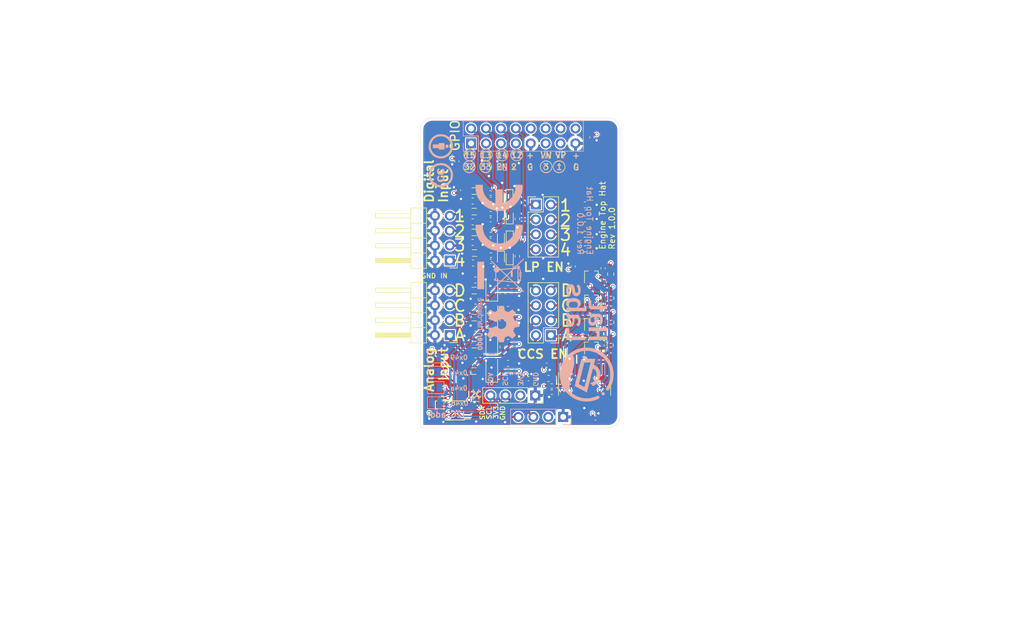
<source format=kicad_pcb>
(kicad_pcb (version 20211014) (generator pcbnew)
  (title_block (title "Engine Top Hat for SH-ESP32") (date "2021-12-31") (rev "1.0.0") (company "Hat Labs Ltd") (comment 1 "https://creativecommons.org/licenses/by-sa/4.0") (comment 2 "To view a copy of this license, visit ") (comment 3 "This design is licensed under CC BY-SA 4.0."))
  (layers (0 "F.Cu" signal) (1 "In1.Cu" power) (2 "In2.Cu" power) (31 "B.Cu" signal) (34 "B.Paste" user) (35 "F.Paste" user) (36 "B.SilkS" user "B.Silkscreen") (37 "F.SilkS" user "F.Silkscreen") (38 "B.Mask" user) (39 "F.Mask" user) (44 "Edge.Cuts" user))
  (net 0 "")
  (net 1 "GND")
  (net 2 "+3V3")
  (net 3 "Net-(C201-Pad1)")
  (net 4 "Net-(C202-Pad1)")
  (net 5 "/Digital input/In1")
  (net 6 "/Digital input/In2")
  (net 7 "/Digital input/In3")
  (net 8 "/Digital input/In4")
  (net 9 "/Digital input/InF1")
  (net 10 "/Digital input/InF2")
  (net 11 "/Digital input/InF3")
  (net 12 "/Digital input/InF4")
  (net 13 "Net-(C309-Pad1)")
  (net 14 "Net-(C310-Pad1)")
  (net 15 "Net-(C311-Pad1)")
  (net 16 "Net-(C312-Pad1)")
  (net 17 "Net-(C203-Pad1)")
  (net 18 "Net-(C204-Pad1)")
  (net 19 "/Analog input/Vin")
  (net 20 "/Analog input/InA")
  (net 21 "/Analog input/InB")
  (net 22 "/Analog input/InC")
  (net 23 "/Analog input/InD")
  (net 24 "/Analog input/InFA")
  (net 25 "/Analog input/InFB")
  (net 26 "/Analog input/InFC")
  (net 27 "/Analog input/InFD")
  (net 28 "/Analog input/ADC_A")
  (net 29 "/Analog input/ADC_B")
  (net 30 "/Analog input/ADC_C")
  (net 31 "/Analog input/ADC_D")
  (net 32 "/DI1")
  (net 33 "/DI2")
  (net 34 "/DI3")
  (net 35 "/DI4")
  (net 36 "/Analog input/SDA")
  (net 37 "/Analog input/IoutA")
  (net 38 "Net-(Q201-Pad1)")
  (net 39 "Net-(Q201-Pad2)")
  (net 40 "/Analog input/IoutB")
  (net 41 "Net-(Q202-Pad1)")
  (net 42 "Net-(Q202-Pad2)")
  (net 43 "/Analog input/IoutC")
  (net 44 "Net-(Q203-Pad1)")
  (net 45 "Net-(Q203-Pad2)")
  (net 46 "/Analog input/IoutD")
  (net 47 "Net-(Q204-Pad1)")
  (net 48 "Net-(Q204-Pad2)")
  (net 49 "/Analog input/ADDR")
  (net 59 "/Analog input/SCL")
  (footprint "Capacitor_SMD:C_0402_1005Metric" (layer "F.Cu") (at 132.2 64.4 90)
    (fp_text reference "C503" hide)
    (fp_text value "100nF" hide)
  )
  (footprint "Package_SO:SOIC-14_3.9x8.7mm_P1.27mm" (layer "F.Cu") (at 153.95 102.3 -90)
    (fp_text reference "U201" hide)
    (fp_text value "LMV324" hide)
  )
  (footprint "Connector_PinHeader_2.54mm:PinHeader_2x04_P2.54mm_Horizontal" (layer "F.Cu") (at 131 93.98 180)
    (fp_text reference "J202" hide)
    (fp_text value "Conn_02x04" hide)
  )
  (footprint "Capacitor_SMD:C_0402_1005Metric" (layer "F.Cu") (at 144.4 101.4 180)
    (fp_text reference "C502" hide)
    (fp_text value "100nF" hide)
  )
  (footprint "Capacitor_SMD:C_0402_1005Metric" (layer "F.Cu") (at 152 82.3 -90)
    (fp_text reference "C504" hide)
    (fp_text value "100nF" hide)
  )
  (footprint "Capacitor_SMD:C_0402_1005Metric" (layer "F.Cu") (at 132.5 69.3 -90)
    (fp_text reference "C507" hide)
    (fp_text value "100nF" hide)
  )
  (footprint "Capacitor_SMD:C_0402_1005Metric" (layer "F.Cu") (at 157.1 90.7 90)
    (fp_text reference "C202" hide)
    (fp_text value "100nF" hide)
  )
  (footprint "Capacitor_SMD:C_0402_1005Metric" (layer "F.Cu") (at 152.6 98 180)
    (fp_text reference "C205" hide)
    (fp_text value "100nF" hide)
  )
  (footprint "Capacitor_SMD:C_0603_1608Metric" (layer "F.Cu") (at 147.8 101.35 180)
    (fp_text reference "C206" hide)
    (fp_text value "68nF" hide)
  )
  (footprint "Package_TO_SOT_SMD:SOT-323_SC-70" (layer "F.Cu") (at 155.1 91.9 90)
    (fp_text reference "Q202" hide)
    (fp_text value "S9015" hide)
  )
  (footprint "Resistor_SMD:R_0402_1005Metric" (layer "F.Cu") (at 157.1 92.7 90)
    (fp_text reference "R202" hide)
    (fp_text value "1k" hide)
  )
  (footprint "Resistor_SMD:R_0603_1608Metric" (layer "F.Cu") (at 158.4 91.8 -90)
    (fp_text reference "R206" hide)
    (fp_text value "30" hide)
  )
  (footprint "Resistor_SMD:R_0402_1005Metric" (layer "F.Cu") (at 148.35 102.65)
    (fp_text reference "R209" hide)
    (fp_text value "1k" hide)
  )
  (footprint "Resistor_SMD:R_0402_1005Metric" (layer "F.Cu") (at 148.35 103.7 180)
    (fp_text reference "R210" hide)
    (fp_text value "10k" hide)
  )
  (footprint "Connector_PinSocket_2.54mm:PinSocket_1x04_P2.54mm_Vertical" (layer "F.Cu") (at 145.55 104.25 -90)
    (fp_text reference "J401" hide)
    (fp_text value "I2C_top" hide)
  )
  (footprint "Capacitor_SMD:C_0402_1005Metric" (layer "F.Cu") (at 155.2 60.32 90)
    (fp_text reference "C506" hide)
    (fp_text value "100nF" hide)
  )
  (footprint "Capacitor_SMD:C_0402_1005Metric" (layer "F.Cu") (at 155.8 108.1 180)
    (fp_text reference "C501" hide)
    (fp_text value "100nF" hide)
  )
  (footprint "Package_TO_SOT_SMD:SOT-323_SC-70" (layer "F.Cu") (at 155.1 95.9 90)
    (fp_text reference "Q201" hide)
    (fp_text value "S9015" hide)
  )
  (footprint "Resistor_SMD:R_0402_1005Metric" (layer "F.Cu") (at 139.95 100.6 -90)
    (fp_text reference "R211" hide)
    (fp_text value "51k" hide)
  )
  (footprint "Capacitor_SMD:C_0402_1005Metric" (layer "F.Cu") (at 157 94.8 90)
    (fp_text reference "C201" hide)
    (fp_text value "100nF" hide)
  )
  (footprint "Capacitor_SMD:C_0402_1005Metric" (layer "F.Cu") (at 142 100.6 -90)
    (fp_text reference "C215" hide)
    (fp_text value "470nF" hide)
  )
  (footprint "Resistor_SMD:R_0402_1005Metric" (layer "F.Cu") (at 157 96.7 90)
    (fp_text reference "R201" hide)
    (fp_text value "1k" hide)
  )
  (footprint "Resistor_SMD:R_0603_1608Metric" (layer "F.Cu") (at 158.3 95.7 -90)
    (fp_text reference "R205" hide)
    (fp_text value "30" hide)
  )
  (footprint "Capacitor_SMD:C_0603_1608Metric" (layer "F.Cu") (at 134.9 71.15)
    (fp_text reference "C301" hide)
    (fp_text value "33pF/50V" hide)
  )
  (footprint "Capacitor_SMD:C_0603_1608Metric" (layer "F.Cu") (at 134.9 74.7)
    (fp_text reference "C302" hide)
    (fp_text value "33pF/50V" hide)
  )
  (footprint "Capacitor_SMD:C_0603_1608Metric" (layer "F.Cu") (at 134.9 78.2)
    (fp_text reference "C303" hide)
    (fp_text value "33pF/50V" hide)
  )
  (footprint "Capacitor_SMD:C_0603_1608Metric" (layer "F.Cu") (at 134.95 81.7)
    (fp_text reference "C304" hide)
    (fp_text value "33pF/50V" hide)
  )
  (footprint "Capacitor_SMD:C_0402_1005Metric" (layer "F.Cu") (at 137.95 70.85)
    (fp_text reference "C305" hide)
    (fp_text value "33pF" hide)
  )
  (footprint "Capacitor_SMD:C_0402_1005Metric" (layer "F.Cu") (at 137.95 74.35)
    (fp_text reference "C306" hide)
    (fp_text value "33pF" hide)
  )
  (footprint "Capacitor_SMD:C_0402_1005Metric" (layer "F.Cu") (at 137.95 77.9)
    (fp_text reference "C307" hide)
    (fp_text value "33pF" hide)
  )
  (footprint "Capacitor_SMD:C_0402_1005Metric" (layer "F.Cu") (at 137.98 81.4)
    (fp_text reference "C308" hide)
    (fp_text value "33pF" hide)
  )
  (footprint "Capacitor_SMD:C_0603_1608Metric" (layer "F.Cu") (at 154 79.3)
    (fp_text reference "C309" hide)
    (fp_text value "680pF" hide)
  )
  (footprint "Capacitor_SMD:C_0603_1608Metric" (layer "F.Cu") (at 154 76.8)
    (fp_text reference "C310" hide)
    (fp_text value "680pF" hide)
  )
  (footprint "Capacitor_SMD:C_0603_1608Metric" (layer "F.Cu") (at 154 74.2)
    (fp_text reference "C311" hide)
    (fp_text value "680pF" hide)
  )
  (footprint "Capacitor_SMD:C_0603_1608Metric" (layer "F.Cu") (at 154 71.8)
    (fp_text reference "C312" hide)
    (fp_text value "680pF" hide)
  )
  (footprint "Capacitor_SMD:C_0402_1005Metric" (layer "F.Cu") (at 157.1 86.7 90)
    (fp_text reference "C203" hide)
    (fp_text value "100nF" hide)
  )
  (footprint "Capacitor_SMD:C_0402_1005Metric" (layer "F.Cu") (at 157.1 82.6 90)
    (fp_text reference "C204" hide)
    (fp_text value "100nF" hide)
  )
  (footprint "Capacitor_SMD:C_0603_1608Metric" (layer "F.Cu") (at 135.375 98.35)
    (fp_text reference "C207" hide)
    (fp_text value "1uF/50V" hide)
  )
  (footprint "Capacitor_SMD:C_0603_1608Metric" (layer "F.Cu") (at 135.35 93.8)
    (fp_text reference "C208" hide)
    (fp_text value "1uF/50V" hide)
  )
  (footprint "Capacitor_SMD:C_0603_1608Metric" (layer "F.Cu") (at 135.35 89.2)
    (fp_text reference "C209" hide)
    (fp_text value "1uF/50V" hide)
  )
  (footprint "Capacitor_SMD:C_0603_1608Metric" (layer "F.Cu") (at 135.35 84.6)
    (fp_text reference "C210" hide)
    (fp_text value "1uF/50V" hide)
  )
  (footprint "Capacitor_SMD:C_0603_1608Metric" (layer "F.Cu") (at 140.9 98.8)
    (fp_text reference "C211" hide)
    (fp_text value "1uF/50V" hide)
  )
  (footprint "Capacitor_SMD:C_0603_1608Metric" (layer "F.Cu") (at 140.9 94.2)
    (fp_text reference "C212" hide)
    (fp_text value "1uF/50V" hide)
  )
  (footprint "Capacitor_SMD:C_0603_1608Metric" (layer "F.Cu") (at 140.9 89.6)
    (fp_text reference "C213" hide)
    (fp_text value "1uF/50V" hide)
  )
  (footprint "Capacitor_SMD:C_0603_1608Metric" (layer "F.Cu") (at 140.9 85)
    (fp_text reference "C214" hide)
    (fp_text value "1uF/50V" hide)
  )
  (footprint "Capacitor_SMD:C_0402_1005Metric" (layer "F.Cu") (at 142 96 -90)
    (fp_text reference "C216" hide)
    (fp_text value "470nF" hide)
  )
  (footprint "Capacitor_SMD:C_0402_1005Metric" (layer "F.Cu") (at 142 91.4 -90)
    (fp_text reference "C217" hide)
    (fp_text value "470nF" hide)
  )
  (footprint "Capacitor_SMD:C_0402_1005Metric" (layer "F.Cu") (at 142 86.8 -90)
    (fp_text reference "C218" hide)
    (fp_text value "470nF" hide)
  )
  (footprint "Capacitor_SMD:C_0402_1005Metric" (layer "F.Cu") (at 128.3 107.7 -90)
    (fp_text reference "C219" hide)
    (fp_text value "100nF" hide)
  )
  (footprint "Diode_SMD:D_SOD-123F" (layer "F.Cu") (at 138.15 99.8 90)
    (fp_text reference "D201" hide)
    (fp_text value "SMF33A" hide)
  )
  (footprint "Diode_SMD:D_SOD-123F" (layer "F.Cu") (at 138.15 95.2 90)
    (fp_text reference "D202" hide)
    (fp_text value "SMF33A" hide)
  )
  (footprint "Diode_SMD:D_SOD-123F" (layer "F.Cu") (at 138.15 90.6 90)
    (fp_text reference "D203" hide)
    (fp_text value "SMF33A" hide)
  )
  (footprint "Diode_SMD:D_SOD-123F" (layer "F.Cu") (at 138.15 86 90)
    (fp_text reference "D204" hide)
    (fp_text value "SMF33A" hide)
  )
  (footprint "Inductor_SMD:L_0805_2012Metric" (layer "F.Cu") (at 135.15 69.45 180)
    (fp_text reference "FB301" hide)
    (fp_text value "GZ2012D101TF" hide)
  )
  (footprint "Inductor_SMD:L_0805_2012Metric" (layer "F.Cu") (at 135.15 72.95 180)
    (fp_text reference "FB302" hide)
    (fp_text value "GZ2012D101TF" hide)
  )
  (footprint "Inductor_SMD:L_0805_2012Metric" (layer "F.Cu") (at 135.15 76.5 180)
    (fp_text reference "FB303" hide)
    (fp_text value "GZ2012D101TF" hide)
  )
  (footprint "Inductor_SMD:L_0805_2012Metric" (layer "F.Cu") (at 135.2 80 180)
    (fp_text reference "FB304" hide)
    (fp_text value "GZ2012D101TF" hide)
  )
  (footprint "Inductor_SMD:L_0805_2012Metric" (layer "F.Cu") (at 135.0875 100.1 180)
    (fp_text reference "FB201" hide)
    (fp_text value "GZ2012D601TF" hide)
  )
  (footprint "Inductor_SMD:L_0805_2012Metric" (layer "F.Cu") (at 135.15 95.6 180)
    (fp_text reference "FB202" hide)
    (fp_text value "GZ2012D601TF" hide)
  )
  (footprint "Inductor_SMD:L_0805_2012Metric" (layer "F.Cu") (at 135.15 91 180)
    (fp_text reference "FB203" hide)
    (fp_text value "GZ2012D601TF" hide)
  )
  (footprint "Inductor_SMD:L_0805_2012Metric" (layer "F.Cu") (at 135.15 86.4 180)
    (fp_text reference "FB204" hide)
    (fp_text value "GZ2012D601TF" hide)
  )
  (footprint "Connector_PinHeader_2.54mm:PinHeader_2x04_P2.54mm_Horizontal" (layer "F.Cu") (at 131 81.28 180)
    (fp_text reference "J301" hide)
    (fp_text value "Conn_02x04_Odd_Even" hide)
  )
  (footprint "Package_TO_SOT_SMD:SOT-323_SC-70" (layer "F.Cu") (at 155.1 87.9 90)
    (fp_text reference "Q203" hide)
    (fp_text value "S9015" hide)
  )
  (footprint "Package_TO_SOT_SMD:SOT-323_SC-70" (layer "F.Cu") (at 155.1 83.8 90)
    (fp_text reference "Q204" hide)
    (fp_text value "S9015" hide)
  )
  (footprint "Resistor_SMD:R_0402_1005Metric" (layer "F.Cu") (at 137.95 69.8 180)
    (fp_text reference "R301" hide)
    (fp_text value "100k" hide)
  )
  (footprint "Resistor_SMD:R_0402_1005Metric" (layer "F.Cu") (at 137.95 73.3 180)
    (fp_text reference "R302" hide)
    (fp_text value "100k" hide)
  )
  (footprint "Resistor_SMD:R_0402_1005Metric" (layer "F.Cu") (at 137.95 76.85 180)
    (fp_text reference "R303" hide)
    (fp_text value "100k" hide)
  )
  (footprint "Resistor_SMD:R_0402_1005Metric" (layer "F.Cu") (at 138 80.35 180)
    (fp_text reference "R304" hide)
    (fp_text value "100k" hide)
  )
  (footprint "Resistor_SMD:R_0402_1005Metric" (layer "F.Cu") (at 157.1 88.7 90)
    (fp_text reference "R203" hide)
    (fp_text value "1k" hide)
  )
  (footprint "Resistor_SMD:R_0402_1005Metric" (layer "F.Cu") (at 157.1 84.6 90)
    (fp_text reference "R204" hide)
    (fp_text value "1k" hide)
  )
  (footprint "Resistor_SMD:R_0603_1608Metric" (layer "F.Cu") (at 158.4 87.7 -90)
    (fp_text reference "R207" hide)
    (fp_text value "30" hide)
  )
  (footprint "Resistor_SMD:R_0603_1608Metric" (layer "F.Cu") (at 158.4 83.6 -90)
    (fp_text reference "R208" hide)
    (fp_text value "30" hide)
  )
  (footprint "Resistor_SMD:R_0402_1005Metric" (layer "F.Cu") (at 140.95 100.6 90)
    (fp_text reference "R212" hide)
    (fp_text value "3.9k" hide)
  )
  (footprint "Resistor_SMD:R_0402_1005Metric" (layer "F.Cu") (at 139.95 96 -90)
    (fp_text reference "R213" hide)
    (fp_text value "51k" hide)
  )
  (footprint "Resistor_SMD:R_0402_1005Metric" (layer "F.Cu") (at 140.95 96 90)
    (fp_text reference "R214" hide)
    (fp_text value "3.9k" hide)
  )
  (footprint "Resistor_SMD:R_0402_1005Metric" (layer "F.Cu") (at 139.95 91.4 -90)
    (fp_text reference "R215" hide)
    (fp_text value "51k" hide)
  )
  (footprint "Resistor_SMD:R_0402_1005Metric" (layer "F.Cu") (at 140.95 91.4 90)
    (fp_text reference "R216" hide)
    (fp_text value "3.9k" hide)
  )
  (footprint "Resistor_SMD:R_0402_1005Metric" (layer "F.Cu") (at 139.95 86.8 -90)
    (fp_text reference "R217" hide)
    (fp_text value "51k" hide)
  )
  (footprint "Resistor_SMD:R_0402_1005Metric" (layer "F.Cu") (at 140.95 86.8 90)
    (fp_text reference "R218" hide)
    (fp_text value "3.9k" hide)
  )
  (footprint "Package_SO:TSSOP-10_3x3mm_P0.5mm" (layer "F.Cu") (at 131.85 106.8 180)
    (fp_text reference "U202" hide)
    (fp_text value "ADS1115IDGS" hide)
  )
  (footprint "Diode_SMD:D_SOD-523" (layer "F.Cu") (at 139.65 70.35 90)
    (fp_text reference "D301" hide)
    (fp_text value "MSK4005" hide)
  )
  (footprint "Diode_SMD:D_SOD-523" (layer "F.Cu") (at 141.15 70.35 -90)
    (fp_text reference "D302" hide)
    (fp_text value "MSK4005" hide)
  )
  (footprint "Diode_SMD:D_SOD-523" (layer "F.Cu") (at 139.7 73.9 -90)
    (fp_text reference "D303" hide)
    (fp_text value "MSK4005" hide)
  )
  (footprint "Diode_SMD:D_SOD-523" (layer "F.Cu") (at 141.2 73.9 90)
    (fp_text reference "D304" hide)
    (fp_text value "MSK4005" hide)
  )
  (footprint "Diode_SMD:D_SOD-523" (layer "F.Cu") (at 139.7 77.4 90)
    (fp_text reference "D305" hide)
    (fp_text value "MSK4005" hide)
  )
  (footprint "Diode_SMD:D_SOD-523" (layer "F.Cu") (at 141.2 77.4 -90)
    (fp_text reference "D306" hide)
    (fp_text value "MSK4005" hide)
  )
  (footprint "Diode_SMD:D_SOD-523" (layer "F.Cu") (at 139.7 80.85 -90)
    (fp_text reference "D307" hide)
    (fp_text value "MSK4005" hide)
  )
  (footprint "Diode_SMD:D_SOD-523" (layer "F.Cu") (at 141.2 80.85 90)
    (fp_text reference "D308" hide)
    (fp_text value "MSK4005" hide)
  )
  (footprint "Connector_PinHeader_2.54mm:PinHeader_2x04_P2.54mm_Vertical" (layer "F.Cu") (at 145.65 71.75)
    (fp_text reference "J302" hide)
    (fp_text value "Conn_02x04_Odd_Even" hide)
  )
  (footprint "Connector_PinHeader_2.54mm:PinHeader_2x04_P2.54mm_Vertical" (layer "F.Cu") (at 148.2 94 180)
    (fp_text reference "J201" hide)
    (fp_text value "Conn_02x04_Odd_Even" hide)
  )
  (footprint "Resistor_SMD:R_0402_1005Metric" (layer "F.Cu") (at 142.45 70.65 -90)
    (fp_text reference "R305" hide)
    (fp_text value "1M" hide)
  )
  (footprint "Resistor_SMD:R_0402_1005Metric" (layer "F.Cu") (at 142.5 74.2 90)
    (fp_text reference "R306" hide)
    (fp_text value "1M" hide)
  )
  (footprint "Resistor_SMD:R_0402_1005Metric" (layer "F.Cu") (at 142.5 77.1 -90)
    (fp_text reference "R307" hide)
    (fp_text value "1M" hide)
  )
  (footprint "Resistor_SMD:R_0402_1005Metric" (layer "F.Cu") (at 142.5 80.55 90)
    (fp_text reference "R308" hide)
    (fp_text value "1M" hide)
  )
  (footprint "Capacitor_SMD:C_0402_1005Metric" (layer "F.Cu") (at 147.5 99.1 180)
    (fp_text reference "C505" hide)
    (fp_text value "100nF" hide)
  )
  (footprint "kikit:Tab" (layer "F.Cu") (at 125.75 102.2)
    (fp_text reference "REF**" hide)
    (fp_text value "Tab" hide)
  )
  (footprint "kikit:Tab" (layer "F.Cu") (at 143.4 56.75 -90)
    (fp_text reference "REF**" hide)
    (fp_text value "Tab" hide)
  )
  (footprint "kikit:Tab" (layer "F.Cu") (at 160.25 67.7 180)
    (fp_text reference "REF**" hide)
    (fp_text value "Tab" hide)
  )
  (footprint "kikit:Tab" (layer "F.Cu") (at 143.4 109.95 90)
    (fp_text reference "REF**" hide)
    (fp_text value "Tab" hide)
  )
  (footprint "Connector_PinHeader_2.54mm:PinHeader_1x04_P2.54mm_Vertical" (layer "B.Cu") (at 150.3 107.91 90)
    (fp_text reference "J402" hide)
    (fp_text value "I2C_bottom" hide)
  )
  (footprint "Connector_PinSocket_2.54mm:PinSocket_2x08_P2.54mm_Vertical" (layer "B.Cu") (at 134.62 61.34 -90)
    (fp_text reference "J403" hide)
    (fp_text value "GPIO subset" hide)
  )
  (footprint "Jumper:SolderJumper-2_P1.3mm_Open_Pad1.0x1.5mm" (layer "B.Cu") (at 128.6 102.9)
    (fp_text reference "JP203" hide)
    (fp_text value "Open" hide)
  )
  (footprint "Jumper:SolderJumper-2_P1.3mm_Open_Pad1.0x1.5mm" (layer "B.Cu") (at 128.6 97.7)
    (fp_text reference "JP201" hide)
    (fp_text value "Open" hide)
  )
  (footprint "Jumper:SolderJumper-2_P1.3mm_Bridged2Bar_RoundedPad1.0x1.5mm" (layer "B.Cu") (at 128.6 100.3)
    (fp_text reference "JP202" hide)
    (fp_text value "Bridged" hide)
  )
  (footprint "Jumper:SolderJumper-2_P1.3mm_Open_Pad1.0x1.5mm" (layer "B.Cu") (at 128.6 105.5)
    (fp_text reference "JP204" hide)
    (fp_text value "Open" hide)
  )
  (footprint "Symbol:WEEE-Logo_5.6x8mm_SilkScreen" (layer "B.Cu") (at 139.7 83.8 90)
    (fp_text reference "G503" hide)
    (fp_text value "WEEE-logo" hide)
  )
  (footprint "Symbol:OSHW-Logo2_9.8x8mm_SilkScreen" (layer "B.Cu") (at 139.15 92.1 90)
    (fp_text reference "G504" hide)
    (fp_text value "OSHW-logo" hide)
  )
  (footprint "Symbol:CE-Logo_11.2x8mm_SilkScreen" (layer "B.Cu") (at 139.4 74 90)
    (fp_text reference "G502" hide)
    (fp_text value "CE-logo" hide)
  )
  (footprint "SH-ESP32-tank-hat:cc-by_5mm" (layer "B.Cu") (at 129.4 64.3 90)
    (fp_text reference "G501" hide)
    (fp_text value "CC-BY" hide)
  )
  (footprint "SH-ESP32-tank-hat:Hat_Labs_20mm" (layer "B.Cu") (at 154.3 95.3 90)
    (fp_text reference "G505" hide)
    (fp_text value "HL-Logo" hide)
  )
  (gr_circle (center 147.4 65.35) (end 148.4 65.35) (layer "B.SilkS") (width 0.12) (fill none))
  (gr_circle (center 149.6 65.35) (end 150.6 65.35) (layer "B.SilkS") (width 0.12) (fill none))
  (gr_circle (center 137.1 65.35) (end 138.1 65.35) (layer "B.SilkS") (width 0.12) (fill none))
  (gr_circle (center 134.3 65.35) (end 135.3 65.35) (layer "B.SilkS") (width 0.12) (fill none))
  (gr_circle (center 134.4 63.3) (end 135.4 63.3) (layer "B.SilkS") (width 0.12) (fill none))
  (gr_circle (center 137.2 63.3) (end 138.2 63.3) (layer "B.SilkS") (width 0.12) (fill none))
  (gr_circle (center 139.9 63.3) (end 140.9 63.3) (layer "B.SilkS") (width 0.12) (fill none))
  (gr_circle (center 142.4 63.3) (end 143.4 63.3) (layer "B.SilkS") (width 0.12) (fill none))
  (gr_circle (center 149.6 65.3) (end 150.6 65.3) (layer "F.SilkS") (width 0.12) (fill none))
  (gr_circle (center 147.4 65.3) (end 148.4 65.3) (layer "F.SilkS") (width 0.12) (fill none))
  (gr_circle (center 137.1 65.3) (end 138.1 65.3) (layer "F.SilkS") (width 0.12) (fill none))
  (gr_circle (center 134.3 65.3) (end 135.3 65.3) (layer "F.SilkS") (width 0.12) (fill none))
  (gr_circle (center 134.4 63.3) (end 135.4 63.3) (layer "F.SilkS") (width 0.12) (fill none))
  (gr_circle (center 142.4 63.3) (end 143.4 63.3) (layer "F.SilkS") (width 0.12) (fill none))
  (gr_circle (center 139.9 63.3) (end 140.9 63.3) (layer "F.SilkS") (width 0.12) (fill none))
  (gr_circle (center 137.2 63.3) (end 138.2 63.3) (layer "F.SilkS") (width 0.12) (fill none))
  (gr_line (start 158 57) (end 143 57) (layer "Edge.Cuts") (width 0.05))
  (gr_line (start 126 109.75) (end 158 109.75) (layer "Edge.Cuts") (width 0.05))
  (gr_arc (start 160 107.75) (mid 159.414214 109.164214) (end 158 109.75) (layer "Edge.Cuts") (width 0.05))
  (gr_line (start 126 109.75) (end 126 59) (layer "Edge.Cuts") (width 0.05))
  (gr_line (start 160 107.75) (end 160 74) (layer "Edge.Cuts") (width 0.05))
  (gr_arc (start 158 57) (mid 159.414214 57.585786) (end 160 59) (layer "Edge.Cuts") (width 0.05))
  (gr_line (start 128 57) (end 143 57) (layer "Edge.Cuts") (width 0.05))
  (gr_line (start 160 74) (end 160 59) (layer "Edge.Cuts") (width 0.05))
  (gr_arc (start 126 59) (mid 126.585786 57.585786) (end 128 57) (layer "Edge.Cuts") (width 0.05))
  (gr_text "+" (at 152.5 63.4) (layer "B.SilkS") (effects (font (size 1 1) (thickness 0.16)) (justify mirror)))
  (gr_text "G" (at 152.5 65.35) (layer "B.SilkS") (effects (font (size 1 1) (thickness 0.16)) (justify mirror)))
  (gr_text "G" (at 144.7 65.45) (layer "B.SilkS") (effects (font (size 1 1) (thickness 0.16)) (justify mirror)))
  (gr_text "+" (at 144.7 63.4) (layer "B.SilkS") (effects (font (size 1 1) (thickness 0.16)) (justify mirror)))
  (gr_text "13" (at 137.2 63.35) (layer "B.SilkS") (effects (font (size 1 1) (thickness 0.16)) (justify mirror)))
  (gr_text "12" (at 142.4 63.35) (layer "B.SilkS") (effects (font (size 1 1) (thickness 0.16)) (justify mirror)))
  (gr_text "14" (at 139.9 63.35) (layer "B.SilkS") (effects (font (size 1 1) (thickness 0.16)) (justify mirror)))
  (gr_text "33" (at 137.1 65.35) (layer "B.SilkS") (effects (font (size 1 1) (thickness 0.16)) (justify mirror)))
  (gr_text "32" (at 134.3 65.35) (layer "B.SilkS") (effects (font (size 1 1) (thickness 0.16)) (justify mirror)))
  (gr_text "VN" (at 147.4 63.45) (layer "B.SilkS") (effects (font (size 1 1) (thickness 0.16)) (justify mirror)))
  (gr_text "VP" (at 149.8 63.35) (layer "B.SilkS") (effects (font (size 1 1) (thickness 0.16)) (justify mirror)))
  (gr_text "EN" (at 139.9 65.45) (layer "B.SilkS") (effects (font (size 1 1) (thickness 0.16)) (justify mirror)))
  (gr_text "15" (at 134.3 63.35) (layer "B.SilkS") (effects (font (size 1 1) (thickness 0.16)) (justify mirror)))
  (gr_text "2" (at 141.9 65.35) (layer "B.SilkS") (effects (font (size 1 1) (thickness 0.16)) (justify mirror)))
  (gr_text "3" (at 147.3 65.35) (layer "B.SilkS") (effects (font (size 1 1) (thickness 0.16)) (justify mirror)))
  (gr_text "1" (at 149.6 65.35) (layer "B.SilkS") (effects (font (size 1 1) (thickness 0.16)) (justify mirror)))
  (gr_text "I2C" (at 135.4 104.3 270) (layer "B.SilkS") (effects (font (size 1 1) (thickness 0.2)) (justify mirror)))
  (gr_text "GND" (at 145.6 101.5 270) (layer "B.SilkS") (effects (font (size 0.8 0.8) (thickness 0.16)) (justify mirror)))
  (gr_text "3V3" (at 143 101.5 270) (layer "B.SilkS") (effects (font (size 0.8 0.8) (thickness 0.16)) (justify mirror)))
  (gr_text "SDA" (at 137.9 101.5 270) (layer "B.SilkS") (effects (font (size 0.8 0.8) (thickness 0.16)) (justify mirror)))
  (gr_text "SCL" (at 140.4 101.5 270) (layer "B.SilkS") (effects (font (size 0.8 0.8) (thickness 0.16)) (justify mirror)))
  (gr_text "0x49" (at 131 97.8) (layer "B.SilkS") (effects (font (size 0.8 0.8) (thickness 0.16)) (justify right mirror)))
  (gr_text "0x4b" (at 131 100.4) (layer "B.SilkS") (effects (font (size 0.8 0.8) (thickness 0.16)) (justify right mirror)))
  (gr_text "0x48" (at 131.1 105.6) (layer "B.SilkS") (effects (font (size 0.8 0.8) (thickness 0.16)) (justify right mirror)))
  (gr_text "I2C addr" (at 130.3 107.5) (layer "B.SilkS") (effects (font (size 1 1) (thickness 0.2)) (justify mirror)))
  (gr_text "0x4a" (at 131 103) (layer "B.SilkS") (effects (font (size 0.8 0.8) (thickness 0.16)) (justify right mirror)))
  (gr_text "Engine Top Hat\nRev 1.0.0" (at 154 80.4 -90) (layer "B.SilkS") (effects (font (size 1 1) (thickness 0.16)) (justify left mirror)))
  (gr_text "SCL" (at 137.7 107.2 90) (layer "F.SilkS") (effects (font (size 0.8 0.8) (thickness 0.16))))
  (gr_text "SDA" (at 136.55 107.25 90) (layer "F.SilkS") (effects (font (size 0.8 0.8) (thickness 0.16))))
  (gr_text "3V3" (at 138.85 107.15 90) (layer "F.SilkS") (effects (font (size 0.8 0.8) (thickness 0.16))))
  (gr_text "GND" (at 140 107.25 90) (layer "F.SilkS") (effects (font (size 0.8 0.8) (thickness 0.16))))
  (gr_text "B" (at 132.7 91.5) (layer "F.SilkS") (effects (font (size 2 2) (thickness 0.3))))
  (gr_text "GPIO" (at 131.9 60 90) (layer "F.SilkS") (effects (font (size 1.5 1.5) (thickness 0.24))))
  (gr_text "+" (at 152.5 63.4) (layer "F.SilkS") (effects (font (size 1 1) (thickness 0.16))))
  (gr_text "+" (at 144.65 63.35) (layer "F.SilkS") (effects (font (size 1 1) (thickness 0.16))))
  (gr_text "G" (at 152.5 65.4) (layer "F.SilkS") (effects (font (size 1 1) (thickness 0.16))))
  (gr_text "G" (at 144.65 65.35) (layer "F.SilkS") (effects (font (size 1 1) (thickness 0.16))))
  (gr_text "3" (at 147.4 65.35) (layer "F.SilkS") (effects (font (size 1 1) (thickness 0.16))))
  (gr_text "1" (at 149.65 65.35) (layer "F.SilkS") (effects (font (size 1 1) (thickness 0.16))))
  (gr_text "2" (at 141.9 65.35) (layer "F.SilkS") (effects (font (size 1 1) (thickness 0.16))))
  (gr_text "15" (at 134.4 63.35) (layer "F.SilkS") (effects (font (size 1 1) (thickness 0.16))))
  (gr_text "EN" (at 139.9 65.35) (layer "F.SilkS") (effects (font (size 1 1) (thickness 0.16))))
  (gr_text "VP" (at 149.9 63.35) (layer "F.SilkS") (effects (font (size 1 1) (thickness 0.16))))
  (gr_text "VN" (at 147.4 63.35) (layer "F.SilkS") (effects (font (size 1 1) (thickness 0.16))))
  (gr_text "32" (at 134.4 65.35) (layer "F.SilkS") (effects (font (size 1 1) (thickness 0.16))))
  (gr_text "33" (at 137.15 65.35) (layer "F.SilkS") (effects (font (size 1 1) (thickness 0.16))))
  (gr_text "14" (at 139.9 63.35) (layer "F.SilkS") (effects (font (size 1 1) (thickness 0.16))))
  (gr_text "12" (at 142.4 63.35) (layer "F.SilkS") (effects (font (size 1 1) (thickness 0.16))))
  (gr_text "13" (at 137.15 63.35) (layer "F.SilkS") (effects (font (size 1 1) (thickness 0.16))))
  (gr_text "GND" (at 127.4 83.9) (layer "F.SilkS") (effects (font (size 0.8 0.8) (thickness 0.16))))
  (gr_text "Engine Top Hat\nRev 1.0.0" (at 157.8 79.5 90) (layer "F.SilkS") (effects (font (size 1 1) (thickness 0.16)) (justify left)))
  (gr_text "C" (at 132.7 89) (layer "F.SilkS") (effects (font (size 2 2) (thickness 0.3))))
  (gr_text "D" (at 132.7 86.4) (layer "F.SilkS") (effects (font (size 2 2) (thickness 0.3))))
  (gr_text "IN" (at 130 83.9) (layer "F.SilkS") (effects (font (size 0.8 0.8) (thickness 0.16))))
  (gr_text "1" (at 132.7 73.7) (layer "F.SilkS") (effects (font (size 2 2) (thickness 0.3))))
  (gr_text "Analog\nInput" (at 128.7 95.9 90) (layer "F.SilkS") (effects (font (size 1.5 1.5) (thickness 0.3)) (justify right)))
  (gr_text "I2C" (at 135.2 104.1) (layer "F.SilkS") (effects (font (size 1 1) (thickness 0.2))))
  (gr_text "B" (at 150.9 91.5) (layer "F.SilkS") (effects (font (size 2 2) (thickness 0.3))))
  (gr_text "A" (at 150.9 94) (layer "F.SilkS") (effects (font (size 2 2) (thickness 0.3))))
  (gr_text "C" (at 150.9 89) (layer "F.SilkS") (effects (font (size 2 2) (thickness 0.3))))
  (gr_text "D" (at 150.9 86.4) (layer "F.SilkS") (effects (font (size 2 2) (thickness 0.3))))
  (gr_text "1" (at 150.7 71.9) (layer "F.SilkS") (effects (font (size 2 2) (thickness 0.3))))
  (gr_text "3" (at 150.7 76.9) (layer "F.SilkS") (effects (font (size 2 2) (thickness 0.3))))
  (gr_text "4" (at 150.7 79.5) (layer "F.SilkS") (effects (font (size 2 2) (thickness 0.3))))
  (gr_text "2" (at 150.7 74.5) (layer "F.SilkS") (effects (font (size 2 2) (thickness 0.3))))
  (gr_text "3" (at 132.7 78.7) (layer "F.SilkS") (effects (font (size 2 2) (thickness 0.3))))
  (gr_text "4" (at 132.7 81.3) (layer "F.SilkS") (effects (font (size 2 2) (thickness 0.3))))
  (gr_text "LP EN" (at 147 82.4) (layer "F.SilkS") (effects (font (size 1.5 1.5) (thickness 0.3))))
  (gr_text "A" (at 132.7 94) (layer "F.SilkS") (effects (font (size 2 2) (thickness 0.3))))
  (gr_text "CCS EN" (at 146.8 97.2) (layer "F.SilkS") (effects (font (size 1.5 1.5) (thickness 0.3))))
  (gr_text "Digital\nInput" (at 128.7 71.6 90) (layer "F.SilkS") (effects (font (size 1.5 1.5) (thickness 0.3)) (justify left)))
  (gr_text "2" (at 132.7 76.3) (layer "F.SilkS") (effects (font (size 2 2) (thickness 0.3))))
  (segment (start 147.98 99.1) (end 147.98 99.88) (width 0.4) (layer "F.Cu") (net 1))
  (segment (start 136.25 71.15) (end 136.6 71.5) (width 0.4) (layer "F.Cu") (net 1))
  (segment (start 137.2 84.6) (end 137.1 84.5) (width 0.4) (layer "F.Cu") (net 1))
  (segment (start 136.125 84.6) (end 137 84.6) (width 0.4) (layer "F.Cu") (net 1))
  (segment (start 136.125 89.2) (end 137.1 89.2) (width 0.4) (layer "F.Cu") (net 1))
  (segment (start 138.15 84.6) (end 137.2 84.6) (width 0.4) (layer "F.Cu") (net 1))
  (segment (start 142 96.48) (end 142.78 96.48) (width 0.4) (layer "F.Cu") (net 1))
  (segment (start 154.775 76.8) (end 156 76.8) (width 0.4) (layer "F.Cu") (net 1))
  (segment (start 141.2 78.1) (end 141.2 79.1) (width 0.4) (layer "F.Cu") (net 1))
  (segment (start 142.79 91.91) (end 142.8 91.9) (width 0.4) (layer "F.Cu") (net 1))
  (segment (start 138.43 71.662501) (end 138.378982 71.713519) (width 0.4) (layer "F.Cu") (net 1))
  (segment (start 144.88 101.4) (end 144.88 100.62) (width 0.4) (layer "F.Cu") (net 1))
  (segment (start 127.52 108.18) (end 127.5 108.2) (width 0.4) (layer "F.Cu") (net 1))
  (segment (start 136.1 81.7) (end 136.7 82.3) (width 0.4) (layer "F.Cu") (net 1))
  (segment (start 138.43 70.85) (end 138.43 71.662501) (width 0.4) (layer "F.Cu") (net 1))
  (segment (start 142.78 96.48) (end 142.8 96.5) (width 0.4) (layer "F.Cu") (net 1))
  (segment (start 138.15 89.2) (end 138.15 89.95) (width 0.4) (layer "F.Cu") (net 1))
  (segment (start 133.4 106.8) (end 133 106.4) (width 0.2) (layer "F.Cu") (net 1))
  (segment (start 141.2 72.22701) (end 141.32701 72.1) (width 0.4) (layer "F.Cu") (net 1))
  (segment (start 134 106.8) (end 133.4 106.8) (width 0.2) (layer "F.Cu") (net 1))
  (segment (start 138.15 93.8) (end 138.15 94.55) (width 0.4) (layer "F.Cu") (net 1))
  (segment (start 141.15 71.05) (end 141.15 71.92299) (width 0.4) (layer "F.Cu") (net 1))
  (segment (start 135.675 78.2) (end 136.2 78.2) (width 0.4) (layer "F.Cu") (net 1))
  (segment (start 144.88 100.62) (end 144.9 100.6) (width 0.4) (layer "F.Cu") (net 1))
  (segment (start 138.15 98.4) (end 138.15 99.45) (width 0.4) (layer "F.Cu") (net 1))
  (segment (start 155.9 79.3) (end 156 79.2) (width 0.4) (layer "F.Cu") (net 1))
  (segment (start 140.95 87.31) (end 142.79 87.31) (width 0.4) (layer "F.Cu") (net 1))
  (segment (start 141.2 73.2) (end 141.2 72.22701) (width 0.4) (layer "F.Cu") (net 1))
  (segment (start 137.15 98.35) (end 138.1 98.35) (width 0.4) (layer "F.Cu") (net 1))
  (segment (start 156.28 108.1) (end 156.28 107.32) (width 0.4) (layer "F.Cu") (net 1))
  (segment (start 137 84.6) (end 137.1 84.5) (width 0.4) (layer "F.Cu") (net 1))
  (segment (start 138.15 93.8) (end 137.1 93.8) (width 0.4) (layer "F.Cu") (net 1))
  (segment (start 135.675 74.7) (end 136.2 74.7) (width 0.4) (layer "F.Cu") (net 1))
  (segment (start 132.2 64.88) (end 131.42 64.88) (width 0.4) (layer "F.Cu") (net 1))
  (segment (start 141.675 94.2) (end 142.8 94.2) (width 0.4) (layer "F.Cu") (net 1))
  (segment (start 138.15 89.2) (end 137.1 89.2) (width 0.4) (layer "F.Cu") (net 1))
  (segment (start 147.84 104.44) (end 147.9 104.5) (width 0.4) (layer "F.Cu") (net 1))
  (segment (start 138.15 99.45) (end 138.1 99.5) (width 0.4) (layer "F.Cu") (net 1))
  (segment (start 141.675 85) (end 142.7 85) (width 0.4) (layer "F.Cu") (net 1))
  (segment (start 138.15 94.55) (end 137.9 94.8) (width 0.4) (layer "F.Cu") (net 1))
  (segment (start 138.15 85.35) (end 137.9 85.6) (width 0.4) (layer "F.Cu") (net 1))
  (segment (start 138.46 82.26) (end 138.5 82.3) (width 0.4) (layer "F.Cu") (net 1))
  (segment (start 155.98 60.8) (end 156 60.82) (width 0.4) (layer "F.Cu") (net 1))
  (segment (start 138.46 81.4) (end 138.46 82.26) (width 0.4) (layer "F.Cu") (net 1))
  (segment (start 153.95 104.775) (end 153.95 106.35) (width 0.4) (layer "F.Cu") (net 1))
  (segment (start 135.725 81.7) (end 136.1 81.7) (width 0.4) (layer "F.Cu") (net 1))
  (segment (start 135.675 71.15) (end 136.25 71.15) (width 0.4) (layer "F.Cu") (net 1))
  (segment (start 154.775 79.3) (end 155.9 79.3) (width 0.4) (layer "F.Cu") (net 1))
  (segment (start 140.95 91.91) (end 142.79 91.91) (width 0.4) (layer "F.Cu") (net 1))
  (segment (start 152.12 98) (end 151.4 98) (width 0.4) (layer "F.Cu") (net 1))
  (segment (start 154.775 74.2) (end 156 74.2) (width 0.4) (layer "F.Cu") (net 1))
  (segment (start 136.2 78.2) (end 136.6 78.6) (width 0.4) (layer "F.Cu") (net 1))
  (segment (start 141.675 98.8) (end 142.8 98.8) (width 0.4) (layer "F.Cu") (net 1))
  (segment (start 151.22 81.82) (end 151.2 81.8) (width 0.4) (layer "F.Cu") (net 1))
  (segment (start 131.72 68.82) (end 131.7 68.8) (width 0.4) (layer "F.Cu") (net 1))
  (segment (start 140.95 101.11) (end 142.79 101.11) (width 0.4) (layer "F.Cu") (net 1))
  (segment (start 147.84 103.7) (end 147.84 104.44) (width 0.4) (layer "F.Cu") (net 1))
  (segment (start 142.79 101.11) (end 142.8 101.1) (width 0.4) (layer "F.Cu") (net 1))
  (segment (start 136.2 74.7) (end 136.6 75.1) (width 0.4) (layer "F.Cu") (net 1))
  (segment (start 136.125 93.8) (end 137.1 93.8) (width 0.4) (layer "F.Cu") (net 1))
  (segment (start 147.98 99.88) (end 148 99.9) (width 0.4) (layer "F.Cu") (net 1))
  (segment (start 142.6 89.6) (end 142.7 89.7) (width 0.4) (layer "F.Cu") (net 1))
  (segment (start 155.2 60.8) (end 155.98 60.8) (width 0.4) (layer "F.Cu") (net 1))
  (segment (start 146.05 101.35) (end 146 101.4) (width 0.4) (layer "F.Cu") (net 1))
  (segment (start 138.43 75.17) (end 138.4 75.2) (width 0.4) (layer "F.Cu") (net 1))
  (segment (start 142.79 87.31) (end 142.8 87.3) (width 0.4) (layer "F.Cu") (net 1))
  (segment (start 154.775 71.8) (end 156 71.8) (width 0.4) (layer "F.Cu") (net 1))
  (segment (start 132.5 68.82) (end 131.72 68.82) (width 0.4) (layer "F.Cu") (net 1))
  (segment (start 128.3 108.18) (end 127.52 108.18) (width 0.4) (layer "F.Cu") (net 1))
  (segment (start 138.43 77.9) (end 138.43 78.67) (width 0.4) (layer "F.Cu") (net 1))
  (segment (start 131.42 64.88) (end 131.4 64.9) (width 0.4) (layer "F.Cu") (net 1))
  (segment (start 153.95 106.35) (end 153.9 106.4) (width 0.4) (layer "F.Cu") (net 1))
  (segment (start 138.15 89.95) (end 137.9 90.2) (width 0.4) (layer "F.Cu") (net 1))
  (segment (start 138.43 74.35) (end 138.43 75.17) (width 0.4) (layer "F.Cu") (net 1))
  (segment (start 138.15 84.6) (end 138.15 85.35) (width 0.4) (layer "F.Cu") (net 1))
  (segment (start 141.675 89.6) (end 142.6 89.6) (width 0.4) (layer "F.Cu") (net 1))
  (segment (start 140.95 96.51) (end 141.97 96.51) (width 0.4) (layer "F.Cu") (net 1))
  (segment (start 152 81.82) (end 151.22 81.82) (width 0.4) (layer "F.Cu") (net 1))
  (segment (start 156.28 107.32) (end 156.3 107.3) (width 0.4) (layer "F.Cu") (net 1))
  (segment (start 141.2 80.15) (end 141.2 79.1) (width 0.4) (layer "F.Cu") (net 1))
  (segment (start 141.15 71.92299) (end 141.32701 72.1) (width 0.4) (layer "F.Cu") (net 1))
  (segment (start 147.025 101.35) (end 146.05 101.35) (width 0.4) (layer "F.Cu") (net 1))
  (segment (start 138.43 78.67) (end 138.4 78.7) (width 0.4) (layer "F.Cu") (net 1))
  (segment (start 138.1 98.35) (end 138.15 98.4) (width 0.4) (layer "F.Cu") (net 1))
  (segment (start 136.15 98.35) (end 137.15 98.35) (width 0.4) (layer "F.Cu") (net 1))
  (segment (start 141.97 96.51) (end 142 96.48) (width 0.4) (layer "F.Cu") (net 1))
  (via (at 148 99.9) (size 0.6) (drill 0.4) (layers "F.Cu" "B.Cu") (net 1))
  (via (at 156 74.2) (size 0.8) (drill 0.4) (layers "F.Cu" "B.Cu") (net 1))
  (via (at 142.75 64.7) (size 0.6) (drill 0.4) (layers "F.Cu" "B.Cu") (net 1))
  (via (at 156.3 107.3) (size 0.6) (drill 0.4) (layers "F.Cu" "B.Cu") (net 1))
  (via (at 146.9 80.9) (size 0.6) (drill 0.4) (layers "F.Cu" "B.Cu") (net 1))
  (via (at 151.4 98) (size 0.6) (drill 0.4) (layers "F.Cu" "B.Cu") (net 1))
  (via (at 147.9 104.5) (size 0.6) (drill 0.4) (layers "F.Cu" "B.Cu") (net 1))
  (via (at 142.8 98.8) (size 0.6) (drill 0.4) (layers "F.Cu" "B.Cu") (net 1))
  (via (at 142.8 101.1) (size 0.6) (drill 0.4) (layers "F.Cu" "B.Cu") (net 1))
  (via (at 153.9 106.4) (size 0.6) (drill 0.4) (layers "F.Cu" "B.Cu") (net 1))
  (via (at 136.45 64.25) (size 0.6) (drill 0.4) (layers "F.Cu" "B.Cu") (net 1))
  (via (at 133.1 73.8) (size 0.6) (drill 0.4) (layers "F.Cu" "B.Cu") (net 1))
  (via (at 134.55 87.8) (size 0.6) (drill 0.4) (layers "F.Cu" "B.Cu") (net 1))
  (via (at 133.15 98.7) (size 0.6) (drill 0.4) (layers "F.Cu" "B.Cu") (net 1))
  (via (at 142.8 91.9) (size 0.6) (drill 0.4) (layers "F.Cu" "B.Cu") (net 1))
  (via (at 133 106.4) (size 0.6) (drill 0.4) (layers "F.Cu" "B.Cu") (net 1))
  (via (at 138.378982 71.713519) (size 0.6) (drill 0.4) (layers "F.Cu" "B.Cu") (net 1))
  (via (at 144.9 100.6) (size 0.6) (drill 0.4) (layers "F.Cu" "B.Cu") (net 1))
  (via (at 137.65 66.9) (size 0.6) (drill 0.4) (layers "F.Cu" "B.Cu") (net 1))
  (via (at 142.5 75.65) (size 0.6) (drill 0.4) (layers "F.Cu" "B.Cu") (net 1))
  (via (at 139.9 68.05) (size 0.6) (drill 0.4) (layers "F.Cu" "B.Cu") (net 1))
  (via (at 131.4 64.9) (size 0.6) (drill 0.4) (layers "F.Cu" "B.Cu") (net 1))
  (via (at 136.6 78.6) (size 0.6) (drill 0.4) (layers "F.Cu" "B.Cu") (net 1))
  (via (at 137.1 89.2) (size 0.6) (drill 0.4) (layers "F.Cu" "B.Cu") (net 1))
  (via (at 156 71.8) (size 0.8) (drill 0.4) (layers "F.Cu" "B.Cu") (net 1))
  (via (at 140.4 108.8) (size 0.6) (drill 0.4) (layers "F.Cu" "B.Cu") (net 1))
  (via (at 142.8 87.3) (size 0.6) (drill 0.4) (layers "F.Cu" "B.Cu") (net 1))
  (via (at 133.3 101.35) (size 0.6) (drill 0.4) (layers "F.Cu" "B.Cu") (net 1))
  (via (at 142 68.6) (size 0.6) (drill 0.4) (layers "F.Cu" "B.Cu") (net 1))
  (via (at 142.8 96.5) (size 0.6) (drill 0.4) (layers "F.Cu" "B.Cu") (net 1))
  (via (at 138.1 99.5) (size 0.6) (drill 0.4) (layers "F.Cu" "B.Cu") (net 1))
  (via (at 153.8 101.75) (size 0.6) (drill 0.4) (layers "F.Cu" "B.Cu") (net 1))
  (via (at 132.9 70.8) (size 0.6) (drill 0.4) (layers "F.Cu" "B.Cu") (net 1))
  (via (at 136.7 82.3) (size 0.6) (drill 0.4) (layers "F.Cu" "B.Cu") (net 1))
  (via (at 156 60.82) (size 0.6) (drill 0.4) (layers "F.Cu" "B.Cu") (net 1))
  (via (at 127.5 108.2) (size 0.6) (drill 0.4) (layers "F.Cu" "B.Cu") (net 1))
  (via (at 137.1 84.5) (size 0.6) (drill 0.4) (layers "F.Cu" "B.Cu") (net 1))
  (via (at 142.7 85) (size 0.6) (drill 0.4) (layers "F.Cu" "B.Cu") (net 1))
  (via (at 135.5 108.7) (size 0.6) (drill 0.4) (layers "F.Cu" "B.Cu") (net 1))
  (via (at 156 79.2) (size 0.8) (drill 0.4) (layers "F.Cu" "B.Cu") (net 1))
  (via (at 137.9 94.8) (size 0.6) (drill 0.4) (layers "F.Cu" "B.Cu") (net 1))
  (via (at 134.55 92.35) (size 0.6) (drill 0.4) (layers "F.Cu" "B.Cu") (net 1))
  (via (at 142.8 94.2) (size 0.6) (drill 0.4) (layers "F.Cu" "B.Cu") (net 1))
  (via (at 137.15 98.35) (size 0.6) (drill 0.4) (layers "F.Cu" "B.Cu") (net 1))
  (via (at 135.2 105.4) (size 0.6) (drill 0.4) (layers "F.Cu" "B.Cu") (net 1))
  (via (at 142.7 89.7) (size 0.6) (drill 0.4) (layers "F.Cu" "B.Cu") (net 1))
  (via (at 133.5 94.1) (size 0.6) (drill 0.4) (layers "F.Cu" "B.Cu") (net 1))
  (via (at 151.2 81.8) (size 0.6) (drill 0.4) (layers "F.Cu" "B.Cu") (net 1))
  (via (at 137.1 93.8) (size 0.6) (drill 0.4) (layers "F.Cu" "B.Cu") (net 1))
  (via (at 136.6 75.1) (size 0.6) (drill 0.4) (layers "F.Cu" "B.Cu") (net 1))
  (via (at 146 101.4) (size 0.6) (drill 0.4) (layers "F.Cu" "B.Cu") (net 1))
  (via (at 146.9 84.4) (size 0.6) (drill 0.4) (layers "F.Cu" "B.Cu") (net 1))
  (via (at 136.6 101.45) (size 0.6) (drill 0.4) (layers "F.Cu" "B.Cu") (net 1))
  (via (at 133.2 77.4) (size 0.6) (drill 0.4) (layers "F.Cu" "B.Cu") (net 1))
  (via (at 130.1 95.7) (size 0.6) (drill 0.4) (layers "F.Cu" "B.Cu") (net 1))
  (via (at 131.7 68.8) (size 0.6) (drill 0.4) (layers "F.Cu" "B.Cu") (net 1))
  (via (at 133.2 83.5) (size 0.6) (drill 0.4) (layers "F.Cu" "B.Cu") (net 1))
  (via (at 156 76.8) (size 0.8) (drill 0.4) (layers "F.Cu" "B.Cu") (net 1))
  (via (at 138.4 78.7) (size 0.6) (drill 0.4) (layers "F.Cu" "B.Cu") (net 1))
  (via (at 136.6 71.5) (size 0.6) (drill 0.4) (layers "F.Cu" "B.Cu") (net 1))
  (via (at 146.8 70.1) (size 0.6) (drill 0.4) (layers "F.Cu" "B.Cu") (net 1))
  (via (at 137.9 90.2) (size 0.6) (drill 0.4) (layers "F.Cu" "B.Cu") (net 1))
  (via (at 138.5 82.3) (size 0.6) (drill 0.4) (layers "F.Cu" "B.Cu") (net 1))
  (via (at 129.9 108.75) (size 0.6) (drill 0.4) (layers "F.Cu" "B.Cu") (net 1))
  (via (at 133.1 80.1) (size 0.6) (drill 0.4) (layers "F.Cu" "B.Cu") (net 1))
  (via (at 141.2 79.1) (size 0.6) (drill 0.4) (layers "F.Cu" "B.Cu") (net 1))
  (via (at 137.9 85.6) (size 0.6) (drill 0.4) (layers "F.Cu" "B.Cu") (net 1))
  (via (at 139.1 64.4) (size 0.6) (drill 0.4) (layers "F.Cu" "B.Cu") (net 1))
  (via (at 141.32701 72.1) (size 0.6) (drill 0.4) (layers "F.Cu" "B.Cu") (net 1))
  (segment (start 147.02 99.1) (end 147.02 99.88) (width 0.4) (layer "F.Cu") (net 2))
  (segment (start 131.42 63.92) (end 131.4 63.9) (width 0.4) (layer "F.Cu") (net 2))
  (segment (start 158.4 90.354012) (end 158.754012 90) (width 0.4) (layer "F.Cu") (net 2))
  (segment (start 157.745 86.22) (end 157.1 86.22) (width 0.4) (layer "F.Cu") (net 2))
  (segment (start 158.3 94.875) (end 158.3 94.254012) (width 0.4) (layer "F.Cu") (net 2))
  (segment (start 132.2 63.92) (end 131.42 63.92) (width 0.4) (layer "F.Cu") (net 2))
  (segment (start 153.8 98) (end 153.9 98.1) (width 0.4) (layer "F.Cu") (net 2))
  (segment (start 131.72 69.78) (end 131.7 69.8) (width 0.4) (layer "F.Cu") (net 2))
  (segment (start 128.392989 107.127011) (end 128.3 107.22) (width 0.4) (layer "F.Cu") (net 2))
  (segment (start 129.652001 106.847999) (end 129.7 106.8) (width 0.4) (layer "F.Cu") (net 2))
  (segment (start 127.519996 107.22) (end 127.5 107.200004) (width 0.4) (layer "F.Cu") (net 2))
  (segment (start 152 82.78) (end 151.22 82.78) (width 0.4) (layer "F.Cu") (net 2))
  (segment (start 155.98 59.84) (end 156 59.82) (width 0.4) (layer "F.Cu") (net 2))
  (segment (start 132.5 69.78) (end 131.72 69.78) (width 0.4) (layer "F.Cu") (net 2))
  (segment (start 139.65 71.05) (end 139.65 71.980028) (width 0.4) (layer "F.Cu") (net 2))
  (segment (start 153.08 98) (end 153.8 98) (width 0.4) (layer "F.Cu") (net 2))
  (segment (start 128.3 107.22) (end 128.672001 106.847999) (width 0.4) (layer "F.Cu") (net 2))
  (segment (start 158.4 86.875) (end 157.745 86.22) (width 0.4) (layer "F.Cu") (net 2))
  (segment (start 128.672001 106.847999) (end 129.652001 106.847999) (width 0.4) (layer "F.Cu") (net 2))
  (segment (start 139.7 78.1) (end 139.7 79.1) (width 0.4) (layer "F.Cu") (net 2))
  (segment (start 155.32 108.1) (end 155.32 107.32) (width 0.4) (layer "F.Cu") (net 2))
  (segment (start 153.95 99.825) (end 153.95 98.15) (width 0.4) (layer "F.Cu") (net 2))
  (segment (start 158.534012 90.22) (end 158.754012 90) (width 0.4) (layer "F.Cu") (net 2))
  (segment (start 153.95 98.15) (end 153.9 98.1) (width 0.4) (layer "F.Cu") (net 2))
  (segment (start 158.4 82.775) (end 158.4 81.7) (width 0.4) (layer "F.Cu") (net 2))
  (segment (start 143.92 101.4) (end 143.92 100.62) (width 0.4) (layer "F.Cu") (net 2))
  (segment (start 155.32 107.32) (end 155.3 107.3) (width 0.4) (layer "F.Cu") (net 2))
  (segment (start 157.98 82.12) (end 158.4 81.7) (width 0.4) (layer "F.Cu") (net 2))
  (segment (start 147.02 99.88) (end 147 99.9) (width 0.4) (layer "F.Cu") (net 2))
  (segment (start 147.05 102.65) (end 147 102.7) (width 0.4) (layer "F.Cu") (net 2))
  (segment (start 157 94.32) (end 158.234012 94.32) (width 0.4) (layer "F.Cu") (net 2))
  (segment (start 139.7 73.2) (end 139.7 72.509492) (width 0.4) (layer "F.Cu") (net 2))
  (segment (start 155.2 59.84) (end 155.98 59.84) (width 0.4) (layer "F.Cu") (net 2))
  (segment (start 157.1 90.22) (end 158.534012 90.22) (width 0.4) (layer "F.Cu") (net 2))
  (segment (start 139.7 72.509492) (end 139.939732 72.26976) (width 0.4) (layer "F.Cu") (net 2))
  (segment (start 157.1 82.12) (end 157.98 82.12) (width 0.4) (layer "F.Cu") (net 2))
  (segment (start 158.3 94.254012) (end 158.754012 93.8) (width 0.4) (layer "F.Cu") (net 2))
  (segment (start 139.65 71.980028) (end 139.939732 72.26976) (width 0.4) (layer "F.Cu") (net 2))
  (segment (start 151.22 82.78) (end 151.2 82.8) (width 0.4) (layer "F.Cu") (net 2))
  (segment (start 158.4 86.069641) (end 158.745515 85.724126) (width 0.4) (layer "F.Cu") (net 2))
  (segment (start 139.7 80.15) (end 139.7 79.1) (width 0.4) (layer "F.Cu") (net 2))
  (segment (start 158.234012 94.32) (end 158.754012 93.8) (width 0.4) (layer "F.Cu") (net 2))
  (segment (start 158.4 90.975) (end 158.4 90.354012) (width 0.4) (layer "F.Cu") (net 2))
  (segment (start 128.3 107.22) (end 127.519996 107.22) (width 0.4) (layer "F.Cu") (net 2))
  (segment (start 158.4 86.875) (end 158.4 86.069641) (width 0.4) (layer "F.Cu") (net 2))
  (segment (start 143.92 100.62) (end 143.9 100.6) (width 0.4) (layer "F.Cu") (net 2))
  (segment (start 147.84 102.65) (end 147.05 102.65) (width 0.4) (layer "F.Cu") (net 2))
  (via (at 147 99.9) (size 0.6) (drill 0.4) (layers "F.Cu" "B.Cu") (net 2))
  (via (at 131.4 63.9) (size 0.6) (drill 0.4) (layers "F.Cu" "B.Cu") (net 2))
  (via (at 158.745515 85.724126) (size 0.6) (drill 0.4) (layers "F.Cu" "B.Cu") (net 2))
  (via (at 158.754012 93.8) (size 0.6) (drill 0.4) (layers "F.Cu" "B.Cu") (net 2))
  (via (at 158.4 81.7) (size 0.6) (drill 0.4) (layers "F.Cu" "B.Cu") (net 2))
  (via (at 139.7 79.1) (size 0.6) (drill 0.4) (layers "F.Cu" "B.Cu") (net 2))
  (via (at 158.754012 90) (size 0.6) (drill 0.4) (layers "F.Cu" "B.Cu") (net 2))
  (via (at 151.2 82.8) (size 0.6) (drill 0.4) (layers "F.Cu" "B.Cu") (net 2))
  (via (at 131.7 69.8) (size 0.6) (drill 0.4) (layers "F.Cu" "B.Cu") (net 2))
  (via (at 155.3 107.3) (size 0.6) (drill 0.4) (layers "F.Cu" "B.Cu") (net 2))
  (via (at 156 59.82) (size 0.6) (drill 0.4) (layers "F.Cu" "B.Cu") (net 2))
  (via (at 143.9 100.6) (size 0.6) (drill 0.4) (layers "F.Cu" "B.Cu") (net 2))
  (via (at 130.3 97.7) (size 0.6) (drill 0.4) (layers "F.Cu" "B.Cu") (net 2))
  (via (at 147 102.7) (size 0.6) (drill 0.4) (layers "F.Cu" "B.Cu") (net 2))
  (via (at 153.9 98.1) (size 0.6) (drill 0.4) (layers "F.Cu" "B.Cu") (net 2))
  (via (at 139.939732 72.26976) (size 0.6) (drill 0.4) (layers "F.Cu" "B.Cu") (net 2))
  (via (at 127.5 107.200004) (size 0.6) (drill 0.4) (layers "F.Cu" "B.Cu") (net 2))
  (segment (start 129.25 97.7) (end 130.3 97.7) (width 0.4) (layer "B.Cu") (net 2))
  (segment (start 157 96.19) (end 156.39 96.19) (width 0.4) (layer "F.Cu") (net 3))
  (segment (start 156.39 96.19) (end 156.2 96) (width 0.4) (layer "F.Cu") (net 3))
  (segment (start 157 95.28) (end 157 96.19) (width 0.4) (layer "F.Cu") (net 3))
  (segment (start 156.49 99.825) (end 155.97299 100.34201) (width 0.4) (layer "F.Cu") (net 3))
  (segment (start 155.97299 100.34201) (end 155.97299 101.3) (width 0.4) (layer "F.Cu") (net 3))
  (via (at 155.97299 101.3) (size 0.6) (drill 0.4) (layers "F.Cu" "B.Cu") (net 3))
  (via (at 156.2 96) (size 0.6) (drill 0.4) (layers "F.Cu" "B.Cu") (net 3))
  (segment (start 156.2 96) (end 156.7 96.5) (width 0.4) (layer "B.Cu") (net 3))
  (segment (start 156.7 100.57299) (end 155.97299 101.3) (width 0.4) (layer "B.Cu") (net 3))
  (segment (start 156.7 96.5) (end 156.7 100.57299) (width 0.4) (layer "B.Cu") (net 3))
  (segment (start 157.1 92.19) (end 157.1 91.18) (width 0.4) (layer "F.Cu") (net 4))
  (segment (start 151.4 99.835) (end 151.41 99.825) (width 0.4) (layer "F.Cu") (net 4))
  (segment (start 151.4 101.4) (end 151.4 99.835) (width 0.4) (layer "F.Cu") (net 4))
  (segment (start 156.59 92.19) (end 156.3 91.9) (width 0.4) (layer "F.Cu") (net 4))
  (segment (start 157.1 92.19) (end 156.59 92.19) (width 0.4) (layer "F.Cu") (net 4))
  (via (at 156.3 91.9) (size 0.6) (drill 0.4) (layers "F.Cu" "B.Cu") (net 4))
  (via (at 151.4 101.4) (size 0.6) (drill 0.4) (layers "F.Cu" "B.Cu") (net 4))
  (segment (start 152.3 96.7) (end 152.3 100.5) (width 0.4) (layer "B.Cu") (net 4))
  (segment (start 156.3 91.9) (end 156.3 92.7) (width 0.4) (layer "B.Cu") (net 4))
  (segment (start 156.3 92.7) (end 152.3 96.7) (width 0.4) (layer "B.Cu") (net 4))
  (segment (start 152.3 100.5) (end 151.4 101.4) (width 0.4) (layer "B.Cu") (net 4))
  (segment (start 134.125 69.4875) (end 134.0875 69.45) (width 0.4) (layer "F.Cu") (net 5))
  (segment (start 131.615 73.66) (end 134.125 71.15) (width 0.4) (layer "F.Cu") (net 5))
  (segment (start 131 73.66) (end 131.615 73.66) (width 0.4) (layer "F.Cu") (net 5))
  (segment (start 134.125 71.15) (end 134.125 69.4875) (width 0.4) (layer "F.Cu") (net 5))
  (segment (start 134.125 74.7) (end 134.125 72.9875) (width 0.4) (layer "F.Cu") (net 6))
  (segment (start 132.625 76.2) (end 134.125 74.7) (width 0.4) (layer "F.Cu") (net 6))
  (segment (start 131 76.2) (end 132.625 76.2) (width 0.4) (layer "F.Cu") (net 6))
  (segment (start 134.125 72.9875) (end 134.0875 72.95) (width 0.4) (layer "F.Cu") (net 6))
  (segment (start 134.125 78.2) (end 134.125 76.5375) (width 0.4) (layer "F.Cu") (net 7))
  (segment (start 131 78.74) (end 133.585 78.74) (width 0.4) (layer "F.Cu") (net 7))
  (segment (start 134.125 76.5375) (end 134.0875 76.5) (width 0.4) (layer "F.Cu") (net 7))
  (segment (start 133.585 78.74) (end 134.125 78.2) (width 0.4) (layer "F.Cu") (net 7))
  (segment (start 134.175 80.0375) (end 134.1375 80) (width 0.4) (layer "F.Cu") (net 8))
  (segment (start 133.755 81.28) (end 134.175 81.7) (width 0.4) (layer "F.Cu") (net 8))
  (segment (start 134.175 81.7) (end 134.175 80.0375) (width 0.4) (layer "F.Cu") (net 8))
  (segment (start 131 81.28) (end 133.755 81.28) (width 0.4) (layer "F.Cu") (net 8))
  (segment (start 136.2125 69.45) (end 137.09 69.45) (width 0.4) (layer "F.Cu") (net 9))
  (segment (start 137.09 69.45) (end 137.44 69.8) (width 0.4) (layer "F.Cu") (net 9))
  (segment (start 137.44 70.82) (end 137.47 70.85) (width 0.4) (layer "F.Cu") (net 9))
  (segment (start 137.44 69.8) (end 137.44 70.82) (width 0.4) (layer "F.Cu") (net 9))
  (segment (start 137.44 73.3) (end 137.44 74.32) (width 0.4) (layer "F.Cu") (net 10))
  (segment (start 137.44 74.32) (end 137.47 74.35) (width 0.4) (layer "F.Cu") (net 10))
  (segment (start 136.2125 72.95) (end 137.09 72.95) (width 0.4) (layer "F.Cu") (net 10))
  (segment (start 137.09 72.95) (end 137.44 73.3) (width 0.4) (layer "F.Cu") (net 10))
  (segment (start 137.44 76.85) (end 137.44 77.87) (width 0.4) (layer "F.Cu") (net 11))
  (segment (start 137.44 77.87) (end 137.47 77.9) (width 0.4) (layer "F.Cu") (net 11))
  (segment (start 137.09 76.5) (end 137.44 76.85) (width 0.4) (layer "F.Cu") (net 11))
  (segment (start 136.2125 76.5) (end 137.09 76.5) (width 0.4) (layer "F.Cu") (net 11))
  (segment (start 137.14 80) (end 137.49 80.35) (width 0.4) (layer "F.Cu") (net 12))
  (segment (start 137.5 81.4) (end 137.5 80.36) (width 0.4) (layer "F.Cu") (net 12))
  (segment (start 136.2625 80) (end 137.14 80) (width 0.4) (layer "F.Cu") (net 12))
  (segment (start 137.5 80.36) (end 137.49 80.35) (width 0.4) (layer "F.Cu") (net 12))
  (segment (start 153.155 79.37) (end 153.225 79.3) (width 0.4) (layer "F.Cu") (net 13))
  (segment (start 148.19 79.37) (end 153.155 79.37) (width 0.4) (layer "F.Cu") (net 13))
  (segment (start 153.195 76.83) (end 153.225 76.8) (width 0.4) (layer "F.Cu") (net 14))
  (segment (start 148.19 76.83) (end 153.195 76.83) (width 0.4) (layer "F.Cu") (net 14))
  (segment (start 148.19 74.29) (end 153.135 74.29) (width 0.4) (layer "F.Cu") (net 15))
  (segment (start 153.135 74.29) (end 153.225 74.2) (width 0.4) (layer "F.Cu") (net 15))
  (segment (start 153.175 71.75) (end 153.225 71.8) (width 0.4) (layer "F.Cu") (net 16))
  (segment (start 148.19 71.75) (end 153.175 71.75) (width 0.4) (layer "F.Cu") (net 16))
  (segment (start 157.1 88.19) (end 157.1 87.18) (width 0.4) (layer "F.Cu") (net 17))
  (segment (start 157.1 88.19) (end 156.59 88.19) (width 0.4) (layer "F.Cu") (net 17))
  (segment (start 151.4 103.4) (end 151.4 104.765) (width 0.4) (layer "F.Cu") (net 17))
  (segment (start 151.4 104.765) (end 151.41 104.775) (width 0.4) (layer "F.Cu") (net 17))
  (segment (start 156.59 88.19) (end 156.3 87.9) (width 0.4) (layer "F.Cu") (net 17))
  (via (at 151.4 103.4) (size 0.6) (drill 0.4) (layers "F.Cu" "B.Cu") (net 17))
  (via (at 156.3 87.9) (size 0.6) (drill 0.4) (layers "F.Cu" "B.Cu") (net 17))
  (segment (start 151.4 103.4) (end 151.4 102.6) (width 0.4) (layer "B.Cu") (net 17))
  (segment (start 156.3 88.4) (end 156.3 87.9) (width 0.4) (layer "B.Cu") (net 17))
  (segment (start 151.4 102.6) (end 150.7 101.9) (width 0.4) (layer "B.Cu") (net 17))
  (segment (start 150.7 94) (end 156.3 88.4) (width 0.4) (layer "B.Cu") (net 17))
  (segment (start 150.7 101.9) (end 150.7 94) (width 0.4) (layer "B.Cu") (net 17))
  (segment (start 156.5 103.3) (end 156.5 104.765) (width 0.4) (layer "F.Cu") (net 18))
  (segment (start 156.39 84.09) (end 156.3 84) (width 0.4) (layer "F.Cu") (net 18))
  (segment (start 157.1 83.08) (end 157.1 84.09) (width 0.4) (layer "F.Cu") (net 18))
  (segment (start 157.1 84.09) (end 156.39 84.09) (width 0.4) (layer "F.Cu") (net 18))
  (segment (start 156.5 104.765) (end 156.49 104.775) (width 0.4) (layer "F.Cu") (net 18))
  (via (at 156.5 103.3) (size 0.6) (drill 0.4) (layers "F.Cu" "B.Cu") (net 18))
  (via (at 156.3 84) (size 0.6) (drill 0.4) (layers "F.Cu" "B.Cu") (net 18))
  (segment (start 158.127002 85.827002) (end 158.127002 101.645996) (width 0.4) (layer "B.Cu") (net 18))
  (segment (start 157.6 85.3) (end 158.127002 85.827002) (width 0.4) (layer "B.Cu") (net 18))
  (segment (start 156.3 84) (end 157.627002 85.327002) (width 0.4) (layer "B.Cu") (net 18))
  (segment (start 158.127002 101.645996) (end 157.2 102.572998) (width 0.4) (layer "B.Cu") (net 18))
  (segment (start 157.227002 102.572998) (end 156.5 103.3) (width 0.4) (layer "B.Cu") (net 18))
  (segment (start 148.86 101.635) (end 148.575 101.35) (width 0.4) (layer "F.Cu") (net 19))
  (segment (start 148.86 102.65) (end 148.86 101.635) (width 0.4) (layer "F.Cu") (net 19))
  (segment (start 155.22 102.18) (end 155.22 99.825) (width 0.4) (layer "F.Cu") (net 19))
  (segment (start 152.68 101.62) (end 151.65 102.65) (width 0.4) (layer "F.Cu") (net 19))
  (segment (start 151.65 102.65) (end 152.15 102.65) (width 0.4) (layer "F.Cu") (net 19))
  (segment (start 152.68 103.18) (end 152.15 102.65) (width 0.4) (layer "F.Cu") (net 19))
  (segment (start 152.15 102.65) (end 154.75 102.65) (width 0.4) (layer "F.Cu") (net 19))
  (segment (start 148.86 103.7) (end 148.86 102.65) (width 0.4) (layer "F.Cu") (net 19))
  (segment (start 154.75 102.65) (end 155.22 102.18) (width 0.4) (layer "F.Cu") (net 19))
  (segment (start 154.75 102.65) (end 154.75 104.305) (width 0.4) (layer "F.Cu") (net 19))
  (segment (start 152.68 99.825) (end 152.68 101.62) (width 0.4) (layer "F.Cu") (net 19))
  (segment (start 152.68 104.775) (end 152.68 103.18) (width 0.4) (layer "F.Cu") (net 19))
  (segment (start 154.75 104.305) (end 155.22 104.775) (width 0.4) (layer "F.Cu") (net 19))
  (segment (start 151.65 102.65) (end 148.86 102.65) (width 0.4) (layer "F.Cu") (net 19))
  (segment (start 145.66 94.84) (end 145.66 94) (width 0.4) (layer "F.Cu") (net 20))
  (segment (start 134.6 98.35) (end 134.6 99.525) (width 0.4) (layer "F.Cu") (net 20))
  (segment (start 143.022999 97.477001) (end 145.66 94.84) (width 0.4) (layer "F.Cu") (net 20))
  (segment (start 134.6 99.525) (end 134.025 100.1) (width 0.4) (layer "F.Cu") (net 20))
  (segment (start 131 93.98) (end 131 94.75) (width 0.4) (layer "F.Cu") (net 20))
  (segment (start 134.6 98.35) (end 135.472999 97.477001) (width 0.4) (layer "F.Cu") (net 20))
  (segment (start 135.472999 97.477001) (end 143.022999 97.477001) (width 0.4) (layer "F.Cu") (net 20))
  (segment (start 131 94.75) (end 134.6 98.35) (width 0.4) (layer "F.Cu") (net 20))
  (segment (start 134.575 93.8) (end 134.575 95.1125) (width 0.4) (layer "F.Cu") (net 21))
  (segment (start 144.242999 92.877001) (end 145.66 91.46) (width 0.4) (layer "F.Cu") (net 21))
  (segment (start 135.497999 92.877001) (end 144.242999 92.877001) (width 0.4) (layer "F.Cu") (net 21))
  (segment (start 134.575 93.8) (end 135.497999 92.877001) (width 0.4) (layer "F.Cu") (net 21))
  (segment (start 132.215 91.44) (end 134.575 93.8) (width 0.4) (layer "F.Cu") (net 21))
  (segment (start 134.575 95.1125) (end 134.0875 95.6) (width 0.4) (layer "F.Cu") (net 21))
  (segment (start 131 91.44) (end 132.215 91.44) (width 0.4) (layer "F.Cu") (net 21))
  (segment (start 142.72 88.92) (end 142.11299 88.31299) (width 0.4) (layer "F.Cu") (net 22))
  (segment (start 145.66 88.92) (end 142.72 88.92) (width 0.4) (layer "F.Cu") (net 22))
  (segment (start 134.575 89.2) (end 131.3 89.2) (width 0.4) (layer "F.Cu") (net 22))
  (segment (start 131.3 89.2) (end 131 88.9) (width 0.4) (layer "F.Cu") (net 22))
  (segment (start 134.0875 91) (end 134.0875 89.6875) (width 0.4) (layer "F.Cu") (net 22))
  (segment (start 135.46201 88.31299) (end 142.11299 88.31299) (width 0.4) (layer "F.Cu") (net 22))
  (segment (start 134.0875 89.6875) (end 134.575 89.2) (width 0.4) (layer "F.Cu") (net 22))
  (segment (start 134.575 89.2) (end 135.46201 88.31299) (width 0.4) (layer "F.Cu") (net 22))
  (segment (start 134.575 84.6) (end 134.575 84.125) (width 0.4) (layer "F.Cu") (net 23))
  (segment (start 142.98 83.7) (end 145.66 86.38) (width 0.4) (layer "F.Cu") (net 23))
  (segment (start 134.0875 86.4) (end 134.0875 85.0875) (width 0.4) (layer "F.Cu") (net 23))
  (segment (start 131 86.36) (end 134.0475 86.36) (width 0.4) (layer "F.Cu") (net 23))
  (segment (start 134.575 84.125) (end 135 83.7) (width 0.4) (layer "F.Cu") (net 23))
  (segment (start 134.0475 86.36) (end 134.0875 86.4) (width 0.4) (layer "F.Cu") (net 23))
  (segment (start 135 83.7) (end 142.98 83.7) (width 0.4) (layer "F.Cu") (net 23))
  (segment (start 134.0875 85.0875) (end 134.575 84.6) (width 0.4) (layer "F.Cu") (net 23))
  (segment (start 138.15 101.2) (end 139.86 101.2) (width 0.4) (layer "F.Cu") (net 24))
  (segment (start 137.05 100.1) (end 138.15 101.2) (width 0.4) (layer "F.Cu") (net 24))
  (segment (start 138.15 100.88) (end 138.15 101.2) (width 0.4) (layer "F.Cu") (net 24))
  (segment (start 139.86 101.2) (end 139.95 101.11) (width 0.4) (layer "F.Cu") (net 24))
  (segment (start 139.95 99.08) (end 138.15 100.88) (width 0.4) (layer "F.Cu") (net 24))
  (segment (start 136.15 100.1) (end 137.05 100.1) (width 0.4) (layer "F.Cu") (net 24))
  (segment (start 139.86 96.6) (end 139.95 96.51) (width 0.4) (layer "F.Cu") (net 25))
  (segment (start 138.15 96.6) (end 138.15 96.28) (width 0.4) (layer "F.Cu") (net 25))
  (segment (start 138.15 96.28) (end 139.95 94.48) (width 0.4) (layer "F.Cu") (net 25))
  (segment (start 137.2125 96.6) (end 136.2125 95.6) (width 0.4) (layer "F.Cu") (net 25))
  (segment (start 138.15 96.6) (end 137.2125 96.6) (width 0.4) (layer "F.Cu") (net 25))
  (segment (start 138.15 96.6) (end 139.86 96.6) (width 0.4) (layer "F.Cu") (net 25))
  (segment (start 138.15 92) (end 138.15 91.575) (width 0.4) (layer "F.Cu") (net 26))
  (segment (start 138.15 92) (end 139.86 92) (width 0.4) (layer "F.Cu") (net 26))
  (segment (start 137.15 91) (end 138.15 92) (width 0.4) (layer "F.Cu") (net 26))
  (segment (start 136.2125 91) (end 137.15 91) (width 0.4) (layer "F.Cu") (net 26))
  (segment (start 139.86 92) (end 139.95 91.91) (width 0.4) (layer "F.Cu") (net 26))
  (segment (start 138.15 91.575) (end 140.125 89.6) (width 0.4) (layer "F.Cu") (net 26))
  (segment (start 139.86 87.4) (end 139.95 87.31) (width 0.4) (layer "F.Cu") (net 27))
  (segment (start 138.15 86.975) (end 140.125 85) (width 0.4) (layer "F.Cu") (net 27))
  (segment (start 138.15 87.4) (end 139.86 87.4) (width 0.4) (layer "F.Cu") (net 27))
  (segment (start 136.2125 86.4) (end 137.15 86.4) (width 0.4) (layer "F.Cu") (net 27))
  (segment (start 138.15 87.4) (end 138.15 86.975) (width 0.4) (layer "F.Cu") (net 27))
  (segment (start 137.15 86.4) (end 138.15 87.4) (width 0.4) (layer "F.Cu") (net 27))
  (segment (start 139.95 100.09) (end 140.95 100.09) (width 0.4) (layer "F.Cu") (net 28))
  (segment (start 142.79 100.09) (end 140.95 100.09) (width 0.4) (layer "F.Cu") (net 28))
  (segment (start 142.8 100.1) (end 142.79 100.09) (width 0.4) (layer "F.Cu") (net 28))
  (segment (start 136 106.3) (end 134 106.3) (width 0.4) (layer "F.Cu") (net 28))
  (via (at 136 106.3) (size 0.6) (drill 0.4) (layers "F.Cu" "B.Cu") (net 28))
  (via (at 142.8 100.1) (size 0.6) (drill 0.4) (layers "F.Cu" "B.Cu") (net 28))
  (segment (start 136 104.438038) (end 136 106.3) (width 0.4) (layer "B.Cu") (net 28))
  (segment (start 142.8 100.1) (end 140.338038 100.1) (width 0.4) (layer "B.Cu") (net 28))
  (segment (start 140.338038 100.1) (end 136 104.438038) (width 0.4) (layer "B.Cu") (net 28))
  (segment (start 134.3 105.5) (end 134.02701 105.77299) (width 0.4) (layer "F.Cu") (net 29))
  (segment (start 134.02701 105.77299) (end 134 105.77299) (width 0.4) (layer "F.Cu") (net 29))
  (segment (start 142.79 95.49) (end 140.95 95.49) (width 0.4) (layer "F.Cu") (net 29))
  (segment (start 134.3 105) (end 134.3 105.5) (width 0.4) (layer "F.Cu") (net 29))
  (segment (start 139.95 95.49) (end 140.95 95.49) (width 0.4) (layer "F.Cu") (net 29))
  (segment (start 142.8 95.5) (end 142.79 95.49) (width 0.4) (layer "F.Cu") (net 29))
  (via (at 142.8 95.5) (size 0.6) (drill 0.4) (layers "F.Cu" "B.Cu") (net 29))
  (via (at 134.3 105) (size 0.6) (drill 0.4) (layers "F.Cu" "B.Cu") (net 29))
  (segment (start 139.5 97.5) (end 136.9 97.5) (width 0.4) (layer "B.Cu") (net 29))
  (segment (start 141.5 95.5) (end 139.5 97.5) (width 0.4) (layer "B.Cu") (net 29))
  (segment (start 134.3 100.1) (end 134.3 105) (width 0.4) (layer "B.Cu") (net 29))
  (segment (start 136.9 97.5) (end 134.3 100.1) (width 0.4) (layer "B.Cu") (net 29))
  (segment (start 142.8 95.5) (end 141.5 95.5) (width 0.4) (layer "B.Cu") (net 29))
  (segment (start 139.95 90.89) (end 140.95 90.89) (width 0.4) (layer "F.Cu") (net 30))
  (segment (start 140.95 90.89) (end 142.79 90.89) (width 0.4) (layer "F.Cu") (net 30))
  (segment (start 129.7 105.8) (end 130.946 105.8) (width 0.4) (layer "F.Cu") (net 30))
  (segment (start 142.79 90.89) (end 142.8 90.9) (width 0.4) (layer "F.Cu") (net 30))
  (segment (start 130.946 105.8) (end 130.972992 105.826992) (width 0.4) (layer "F.Cu") (net 30))
  (via (at 142.8 90.9) (size 0.6) (drill 0.4) (layers "F.Cu" "B.Cu") (net 30))
  (via (at 130.972992 105.826992) (size 0.6) (drill 0.4) (layers "F.Cu" "B.Cu") (net 30))
  (segment (start 142.7 90.8) (end 142.8 90.9) (width 0.4) (layer "B.Cu") (net 30))
  (segment (start 130.972992 105.826992) (end 131.754013 105.045971) (width 0.4) (layer "B.Cu") (net 30))
  (segment (start 131.754013 97.719257) (end 138.67327 90.8) (width 0.4) (layer "B.Cu") (net 30))
  (segment (start 138.67327 90.8) (end 142.7 90.8) (width 0.4) (layer "B.Cu") (net 30))
  (segment (start 131.754013 105.045971) (end 131.754013 97.719257) (width 0.4) (layer "B.Cu") (net 30))
  (segment (start 128.822999 106.186601) (end 128.936398 106.3) (width 0.4) (layer "F.Cu") (net 31))
  (segment (start 128.936398 106.3) (end 129.454696 106.3) (width 0.4) (layer "F.Cu") (net 31))
  (segment (start 128.822999 105.452737) (end 128.822999 106.186601) (width 0.4) (layer "F.Cu") (net 31))
  (segment (start 129.575736 104.7) (end 128.822999 105.452737) (width 0.4) (layer "F.Cu") (net 31))
  (segment (start 142.8 86.3) (end 142.79 86.29) (width 0.4) (layer "F.Cu") (net 31))
  (segment (start 139.95 86.29) (end 140.95 86.29) (width 0.4) (layer "F.Cu") (net 31))
  (segment (start 142.79 86.29) (end 140.95 86.29) (width 0.4) (layer "F.Cu") (net 31))
  (segment (start 130.682772 104.7) (end 129.575736 104.7) (width 0.4) (layer "F.Cu") (net 31))
  (via (at 130.682772 104.7) (size 0.6) (drill 0.4) (layers "F.Cu" "B.Cu") (net 31))
  (via (at 142.8 86.3) (size 0.6) (drill 0.4) (layers "F.Cu" "B.Cu") (net 31))
  (segment (start 142.8 86.3) (end 142.7 86.4) (width 0.4) (layer "B.Cu") (net 31))
  (segment (start 131.1 97.4) (end 131.1 104.31894) (width 0.4) (layer "B.Cu") (net 31))
  (segment (start 132.7 95.8) (end 131.1 97.4) (width 0.4) (layer "B.Cu") (net 31))
  (segment (start 142.7 86.4) (end 138.7 86.4) (width 0.4) (layer "B.Cu") (net 31))
  (segment (start 132.7 92.4) (end 132.7 95.8) (width 0.4) (layer "B.Cu") (net 31))
  (segment (start 138.7 86.4) (end 132.7 92.4) (width 0.4) (layer "B.Cu") (net 31))
  (segment (start 131.1 104.31894) (end 130.682772 104.736168) (width 0.4) (layer "B.Cu") (net 31))
  (segment (start 144.06 71.75) (end 142.45 70.14) (width 0.4) (layer "F.Cu") (net 32))
  (segment (start 141.15 69.65) (end 141.96 69.65) (width 0.4) (layer "F.Cu") (net 32))
  (segment (start 141.96 69.65) (end 142.45 70.14) (width 0.4) (layer "F.Cu") (net 32))
  (segment (start 138.46 68.916808) (end 138.525145 68.851663) (width 0.4) (layer "F.Cu") (net 32))
  (segment (start 138.46 69.8) (end 139.5 69.8) (width 0.4) (layer "F.Cu") (net 32))
  (segment (start 139.65 69.65) (end 141.15 69.65) (width 0.4) (layer "F.Cu") (net 32))
  (segment (start 139.5 69.8) (end 139.65 69.65) (width 0.4) (layer "F.Cu") (net 32))
  (segment (start 145.65 71.75) (end 144.06 71.75) (width 0.4) (layer "F.Cu") (net 32))
  (segment (start 138.46 69.8) (end 138.46 68.916808) (width 0.4) (layer "F.Cu") (net 32))
  (via (at 138.525145 68.851663) (size 0.6) (drill 0.4) (layers "F.Cu" "B.Cu") (net 32))
  (segment (start 135.797001 59.977001) (end 135.797001 66.123519) (width 0.4) (layer "B.Cu") (net 32))
  (segment (start 135.797001 66.123519) (end 138.525145 68.851663) (width 0.4) (layer "B.Cu") (net 32))
  (segment (start 134.62 58.8) (end 135.797001 59.977001) (width 0.4) (layer "B.Cu") (net 32))
  (segment (start 138.46 73.36) (end 139.7 74.6) (width 0.4) (layer "F.Cu") (net 33))
  (segment (start 142.39 74.6) (end 142.5 74.71) (width 0.4) (layer "F.Cu") (net 33))
  (segment (start 138.46 73.3) (end 138.46 72.94) (width 0.4) (layer "F.Cu") (net 33))
  (segment (start 139.7 74.6) (end 141.2 74.6) (width 0.4) (layer "F.Cu") (net 33))
  (segment (start 145.65 74.29) (end 142.92 74.29) (width 0.4) (layer "F.Cu") (net 33))
  (segment (start 142.92 74.29) (end 142.5 74.71) (width 0.4) (layer "F.Cu") (net 33))
  (segment (start 141.2 74.6) (end 142.39 74.6) (width 0.4) (layer "F.Cu") (net 33))
  (segment (start 138.46 72.94) (end 139 72.4) (width 0.4) (layer "F.Cu") (net 33))
  (segment (start 138.46 73.3) (end 138.46 73.36) (width 0.4) (layer "F.Cu") (net 33))
  (via (at 139 72.4) (size 0.6) (drill 0.4) (layers "F.Cu" "B.Cu") (net 33))
  (segment (start 138.337001 67.513981) (end 139.354011 68.530991) (width 0.4) (layer "B.Cu") (net 33))
  (segment (start 138.337001 59.977001) (end 138.337001 67.513981) (width 0.4) (layer "B.Cu") (net 33))
  (segment (start 139.354011 68.530991) (end 139.354011 72.045989) (width 0.4) (layer "B.Cu") (net 33))
  (segment (start 139.354011 72.045989) (end 139 72.4) (width 0.4) (layer "B.Cu") (net 33))
  (segment (start 137.16 58.8) (end 138.337001 59.977001) (width 0.4) (layer "B.Cu") (net 33))
  (segment (start 145.65 76.83) (end 142.74 76.83) (width 0.4) (layer "F.Cu") (net 34))
  (segment (start 138.46 76.85) (end 138.46 76.24) (width 0.4) (layer "F.Cu") (net 34))
  (segment (start 139.55 76.85) (end 139.7 76.7) (width 0.4) (layer "F.Cu") (net 34))
  (segment (start 141.2 76.7) (end 142.39 76.7) (width 0.4) (layer "F.Cu") (net 34))
  (segment (start 138.46 76.24) (end 138.6 76.1) (width 0.4) (layer "F.Cu") (net 34))
  (segment (start 139.7 76.7) (end 141.2 76.7) (width 0.4) (layer "F.Cu") (net 34))
  (segment (start 138.46 76.85) (end 139.55 76.85) (width 0.4) (layer "F.Cu") (net 34))
  (segment (start 142.39 76.7) (end 142.5 76.59) (width 0.4) (layer "F.Cu") (net 34))
  (segment (start 142.74 76.83) (end 142.5 76.59) (width 0.4) (layer "F.Cu") (net 34))
  (via (at 138.6 76.1) (size 0.6) (drill 0.4) (layers "F.Cu" "B.Cu") (net 34))
  (segment (start 140.7 62.081962) (end 140.877001 61.904961) (width 0.4) (layer "B.Cu") (net 34))
  (segment (start 140.7 74) (end 140.7 62.081962) (width 0.4) (layer "B.Cu") (net 34))
  (segment (start 138.6 76.1) (end 140.7 74) (width 0.4) (layer "B.Cu") (net 34))
  (segment (start 140.877001 59.977001) (end 139.7 58.8) (width 0.4) (layer "B.Cu") (net 34))
  (segment (start 140.877001 61.904961) (end 140.877001 59.977001) (width 0.4) (layer "B.Cu") (net 34))
  (segment (start 141.2 81.55) (end 142.01 81.55) (width 0.4) (layer "F.Cu") (net 35))
  (segment (start 138.51 80.35) (end 138.51 80.36) (width 0.4) (layer "F.Cu") (net 35))
  (segment (start 144.19 79.37) (end 143.356636 80.203364) (width 0.4) (layer "F.Cu") (net 35))
  (segment (start 143.356636 80.203364) (end 143.356636 77.843364) (width 0.4) (layer "F.Cu") (net 35))
  (segment (start 143.356636 77.843364) (end 143.5 77.7) (width 0.4) (layer "F.Cu") (net 35))
  (segment (start 145.65 79.37) (end 144.19 79.37) (width 0.4) (layer "F.Cu") (net 35))
  (segment (start 139.7 81.55) (end 141.2 81.55) (width 0.4) (layer "F.Cu") (net 35))
  (segment (start 142.01 81.55) (end 143.356636 80.203364) (width 0.4) (layer "F.Cu") (net 35))
  (segment (start 138.51 80.36) (end 139.7 81.55) (width 0.4) (layer "F.Cu") (net 35))
  (via (at 143.5 77.7) (size 0.6) (drill 0.4) (layers "F.Cu" "B.Cu") (net 35))
  (segment (start 143.5 77.7) (end 143.5 60.06) (width 0.4) (layer "B.Cu") (net 35))
  (segment (start 143.5 60.06) (end 142.24 58.8) (width 0.4) (layer "B.Cu") (net 35))
  (segment (start 129.7 107.3) (end 130.6 107.3) (width 0.25) (layer "F.Cu") (net 36))
  (segment (start 130.6 107.3) (end 130.8 107.1) (width 0.25) (layer "F.Cu") (net 36))
  (segment (start 131.6 106.3) (end 131.6 104.3) (width 0.25) (layer "F.Cu") (net 36))
  (segment (start 131.6 104.3) (end 130.2 102.9) (width 0.25) (layer "F.Cu") (net 36))
  (segment (start 137.93 104.25) (end 141.59 107.91) (width 0.4) (layer "F.Cu") (net 36))
  (segment (start 130.8 107.1) (end 131.6 106.3) (width 0.25) (layer "F.Cu") (net 36))
  (segment (start 141.59 107.91) (end 142.68 107.91) (width 0.4) (layer "F.Cu") (net 36))
  (via (at 130.8 107.1) (size 0.6) (drill 0.4) (layers "F.Cu" "B.Cu") (net 36))
  (via (at 130.2 102.9) (size 0.6) (drill 0.4) (layers "F.Cu" "B.Cu") (net 36))
  (segment (start 137.93 105.87) (end 137.93 104.25) (width 0.25) (layer "B.Cu") (net 36))
  (segment (start 132.3 107.1) (end 136.7 107.1) (width 0.25) (layer "B.Cu") (net 36))
  (segment (start 130.2 102.9) (end 129.25 102.9) (width 0.25) (layer "B.Cu") (net 36))
  (segment (start 130.8 107.1) (end 132.3 107.1) (width 0.25) (layer "B.Cu") (net 36))
  (segment (start 136.7 107.1) (end 137.93 105.87) (width 0.25) (layer "B.Cu") (net 36))
  (segment (start 154.31 94.11) (end 153.69 94.11) (width 0.4) (layer "F.Cu") (net 37))
  (segment (start 153.69 94.11) (end 153.6 94.2) (width 0.4) (layer "F.Cu") (net 37))
  (segment (start 151.6 94.2) (end 148.4 94.2) (width 0.4) (layer "F.Cu") (net 37))
  (segment (start 154.31 94.11) (end 155.1 94.9) (width 0.4) (layer "F.Cu") (net 37))
  (segment (start 148.4 94.2) (end 148.2 94) (width 0.4) (layer "F.Cu") (net 37))
  (via (at 153.6 94.2) (size 0.6) (drill 0.4) (layers "F.Cu" "B.Cu") (net 37))
  (via (at 151.6 94.2) (size 0.6) (drill 0.4) (layers "F.Cu" "B.Cu") (net 37))
  (segment (start 153.6 94.2) (end 151.6 94.2) (width 0.4) (layer "B.Cu") (net 37))
  (segment (start 157.43299 98.52299) (end 156.209388 98.52299) (width 0.4) (layer "F.Cu") (net 38))
  (segment (start 154.586398 96.9) (end 156.209388 98.52299) (width 0.4) (layer "F.Cu") (net 38))
  (segment (start 157.43299 98.52299) (end 157.76 98.85) (width 0.4) (layer "F.Cu") (net 38))
  (segment (start 154.45 96.9) (end 154.586398 96.9) (width 0.4) (layer "F.Cu") (net 38))
  (segment (start 157.76 98.85) (end 157.76 99.825) (width 0.4) (layer "F.Cu") (net 38))
  (segment (start 156.69 96.9) (end 157 97.21) (width 0.4) (layer "F.Cu") (net 39))
  (segment (start 157.615 97.21) (end 158.3 96.525) (width 0.4) (layer "F.Cu") (net 39))
  (segment (start 155.75 96.9) (end 156.69 96.9) (width 0.4) (layer "F.Cu") (net 39))
  (segment (start 157 97.21) (end 157.615 97.21) (width 0.4) (layer "F.Cu") (net 39))
  (segment (start 155.1 90.9) (end 148.76 90.9) (width 0.4) (layer "F.Cu") (net 40))
  (segment (start 148.76 90.9) (end 148.2 91.46) (width 0.4) (layer "F.Cu") (net 40))
  (segment (start 150.657999 99.307001) (end 150.14 99.825) (width 0.4) (layer "F.Cu") (net 41))
  (segment (start 150.657999 96.142001) (end 150.657999 99.307001) (width 0.4) (layer "F.Cu") (net 41))
  (segment (start 153.9 92.9) (end 150.657999 96.142001) (width 0.4) (layer "F.Cu") (net 41))
  (segment (start 154.45 92.9) (end 153.9 92.9) (width 0.4) (layer "F.Cu") (net 41))
  (segment (start 158.4 92.625) (end 157.685 92.625) (width 0.4) (layer "F.Cu") (net 42))
  (segment (start 157.1 93.21) (end 156.06 93.21) (width 0.4) (layer "F.Cu") (net 42))
  (segment (start 157.685 92.625) (end 157.1 93.21) (width 0.4) (layer "F.Cu") (net 42))
  (segment (start 156.06 93.21) (end 155.75 92.9) (width 0.4) (layer "F.Cu") (net 42))
  (segment (start 155.1 86.9) (end 154.335 86.9) (width 0.4) (layer "F.Cu") (net 43))
  (segment (start 152.315 88.92) (end 148.2 88.92) (width 0.4) (layer "F.Cu") (net 43))
  (segment (start 154.335 86.9) (end 152.315 88.92) (width 0.4) (layer "F.Cu") (net 43))
  (segment (start 150.14 104.775) (end 150.14 103.34) (width 0.4) (layer "F.Cu") (net 44))
  (segment (start 150.14 103.34) (end 150.1 103.3) (width 0.4) (layer "F.Cu") (net 44))
  (segment (start 154.4 88.85) (end 154.45 88.9) (width 0.4) (layer "F.Cu") (net 44))
  (segment (start 154.4 88) (end 154.4 88.85) (width 0.4) (layer "F.Cu") (net 44))
  (via (at 154.4 88) (size 0.6) (drill 0.4) (layers "F.Cu" "B.Cu") (net 44))
  (via (at 150.1 103.3) (size 0.6) (drill 0.4) (layers "F.Cu" "B.Cu") (net 44))
  (segment (start 154.4 88) (end 154.4 88.5) (width 0.4) (layer "B.Cu") (net 44))
  (segment (start 149.5 102.7) (end 150.1 103.3) (width 0.4) (layer "B.Cu") (net 44))
  (segment (start 154.4 88.5) (end 149.5 93.4) (width 0.4) (layer "B.Cu") (net 44))
  (segment (start 149.5 93.4) (end 149.5 102.7) (width 0.4) (layer "B.Cu") (net 44))
  (segment (start 158.4 88.525) (end 157.785 88.525) (width 0.4) (layer "F.Cu") (net 45))
  (segment (start 157.785 88.525) (end 157.1 89.21) (width 0.4) (layer "F.Cu") (net 45))
  (segment (start 156.06 89.21) (end 155.75 88.9) (width 0.4) (layer "F.Cu") (net 45))
  (segment (start 157.1 89.21) (end 156.06 89.21) (width 0.4) (layer "F.Cu") (net 45))
  (segment (start 153.2 84.7) (end 149.88 84.7) (width 0.4) (layer "F.Cu") (net 46))
  (segment (start 149.88 84.7) (end 148.2 86.38) (width 0.4) (layer "F.Cu") (net 46))
  (segment (start 155.1 82.8) (end 153.2 84.7) (width 0.4) (layer "F.Cu") (net 46))
  (segment (start 157.7 104.715) (end 157.76 104.775) (width 0.4) (layer "F.Cu") (net 47))
  (segment (start 154.45 84.8) (end 154.45 85.15) (width 0.4) (layer "F.Cu") (net 47))
  (segment (start 157.7 103.3) (end 157.7 104.715) (width 0.4) (layer "F.Cu") (net 47))
  (segment (start 154.45 85.15) (end 154.9 85.6) (width 0.4) (layer "F.Cu") (net 47))
  (segment (start 156.6 102.2) (end 157.7 103.3) (width 0.4) (layer "F.Cu") (net 47))
  (via (at 156.6 102.2) (size 0.6) (drill 0.4) (layers "F.Cu" "B.Cu") (net 47))
  (via (at 154.9 85.6) (size 0.6) (drill 0.4) (layers "F.Cu" "B.Cu") (net 47))
  (segment (start 156.4 86.6) (end 157.5 87.7) (width 0.4) (layer "B.Cu") (net 47))
  (segment (start 155.9 86.6) (end 156.4 86.6) (width 0.4) (layer "B.Cu") (net 47))
  (segment (start 157.5 101.3) (end 156.6 102.2) (width 0.4) (layer "B.Cu") (net 47))
  (segment (start 154.9 85.6) (end 155.9 86.6) (width 0.4) (layer "B.Cu") (net 47))
  (segment (start 157.5 87.7) (end 157.5 101.3) (width 0.4) (layer "B.Cu") (net 47))
  (segment (start 156.06 85.11) (end 155.75 84.8) (width 0.4) (layer "F.Cu") (net 48))
  (segment (start 158.4 84.425) (end 157.785 84.425) (width 0.4) (layer "F.Cu") (net 48))
  (segment (start 157.785 84.425) (end 157.1 85.11) (width 0.4) (layer "F.Cu") (net 48))
  (segment (start 157.1 85.11) (end 156.06 85.11) (width 0.4) (layer "F.Cu") (net 48))
  (segment (start 128 96.6) (end 128 96.3) (width 0.25) (layer "F.Cu") (net 49))
  (segment (start 133 107.8) (end 132.4 107.2) (width 0.25) (layer "F.Cu") (net 49))
  (segment (start 132.4 107.2) (end 132.4 101) (width 0.25) (layer "F.Cu") (net 49))
  (segment (start 134 107.8) (end 133 107.8) (width 0.25) (layer "F.Cu") (net 49))
  (segment (start 132.4 101) (end 128 96.6) (width 0.25) (layer "F.Cu") (net 49))
  (via (at 128 96.3) (size 0.6) (drill 0.4) (layers "F.Cu" "B.Cu") (net 49))
  (segment (start 127.95 97.7) (end 127.95 105.5) (width 0.4) (layer "B.Cu") (net 49))
  (segment (start 127.95 96.35) (end 128 96.3) (width 0.25) (layer "B.Cu") (net 49))
  (segment (start 127.95 97.7) (end 127.95 96.35) (width 0.25) (layer "B.Cu") (net 49))
  (segment (start 140.47 104.25) (end 141.647001 105.427001) (width 0.4) (layer "F.Cu") (net 59))
  (segment (start 132 102.3) (end 130.3 100.6) (width 0.25) (layer "F.Cu") (net 59))
  (segment (start 142.737001 105.427001) (end 145.22 107.91) (width 0.4) (layer "F.Cu") (net 59))
  (segment (start 129.8 107.9) (end 129.7 107.8) (width 0.2) (layer "F.Cu") (net 59))
  (segment (start 130.8 107.9) (end 129.8 107.9) (width 0.2) (layer "F.Cu") (net 59))
  (segment (start 130.8 107.9) (end 132 106.7) (width 0.25) (layer "F.Cu") (net 59))
  (segment (start 130.3 100.6) (end 130.3 100.3) (width 0.25) (layer "F.Cu") (net 59))
  (segment (start 141.647001 105.427001) (end 142.737001 105.427001) (width 0.4) (layer "F.Cu") (net 59))
  (segment (start 132 106.7) (end 132 102.3) (width 0.25) (layer "F.Cu") (net 59))
  (via (at 130.3 100.3) (size 0.6) (drill 0.4) (layers "F.Cu" "B.Cu") (net 59))
  (via (at 130.8 107.9) (size 0.6) (drill 0.4) (layers "F.Cu" "B.Cu") (net 59))
  (segment (start 130.9 107.8) (end 130.8 107.9) (width 0.2) (layer "B.Cu") (net 59))
  (segment (start 135.6 107.8) (end 136.92 107.8) (width 0.25) (layer "B.Cu") (net 59))
  (segment (start 136.92 107.8) (end 140.47 104.25) (width 0.25) (layer "B.Cu") (net 59))
  (segment (start 130.3 100.3) (end 129.25 100.3) (width 0.25) (layer "B.Cu") (net 59))
  (segment (start 135.6 107.8) (end 130.9 107.8) (width 0.25) (layer "B.Cu") (net 59))
  (zone (net 1) (net_name "GND") (layer "F.Cu") (connect_pads (clearance 0.2)) (min_thickness 0.2) (fill yes (thermal_gap 0.5) (thermal_bridge_width 0.5))
    (polygon (pts (xy 160 110) (xy 126 110) (xy 126 57) (xy 160 57)))
  )
  (zone (net 1) (net_name "GND") (layer "B.Cu") (connect_pads (clearance 0.2)) (min_thickness 0.2) (fill yes (thermal_gap 0.5) (thermal_bridge_width 0.5))
    (polygon (pts (xy 160 110) (xy 126 110) (xy 126 57) (xy 160 57)))
  )
)
</source>
